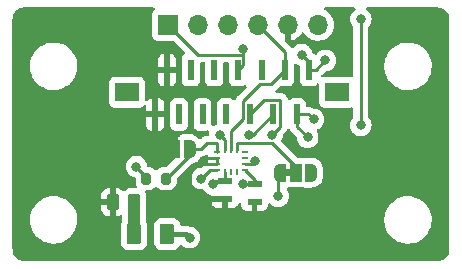
<source format=gtl>
%TF.GenerationSoftware,KiCad,Pcbnew,(6.0.10)*%
%TF.CreationDate,2023-02-17T01:50:08+01:00*%
%TF.ProjectId,haut,68617574-2e6b-4696-9361-645f70636258,rev?*%
%TF.SameCoordinates,Original*%
%TF.FileFunction,Copper,L1,Top*%
%TF.FilePolarity,Positive*%
%FSLAX46Y46*%
G04 Gerber Fmt 4.6, Leading zero omitted, Abs format (unit mm)*
G04 Created by KiCad (PCBNEW (6.0.10)) date 2023-02-17 01:50:08*
%MOMM*%
%LPD*%
G01*
G04 APERTURE LIST*
G04 Aperture macros list*
%AMRoundRect*
0 Rectangle with rounded corners*
0 $1 Rounding radius*
0 $2 $3 $4 $5 $6 $7 $8 $9 X,Y pos of 4 corners*
0 Add a 4 corners polygon primitive as box body*
4,1,4,$2,$3,$4,$5,$6,$7,$8,$9,$2,$3,0*
0 Add four circle primitives for the rounded corners*
1,1,$1+$1,$2,$3*
1,1,$1+$1,$4,$5*
1,1,$1+$1,$6,$7*
1,1,$1+$1,$8,$9*
0 Add four rect primitives between the rounded corners*
20,1,$1+$1,$2,$3,$4,$5,0*
20,1,$1+$1,$4,$5,$6,$7,0*
20,1,$1+$1,$6,$7,$8,$9,0*
20,1,$1+$1,$8,$9,$2,$3,0*%
%AMFreePoly0*
4,1,22,0.500000,-0.750000,0.000000,-0.750000,0.000000,-0.745033,-0.079941,-0.743568,-0.215256,-0.701293,-0.333266,-0.622738,-0.424486,-0.514219,-0.481581,-0.384460,-0.499164,-0.250000,-0.500000,-0.250000,-0.500000,0.250000,-0.499164,0.250000,-0.499963,0.256109,-0.478152,0.396186,-0.417904,0.524511,-0.324060,0.630769,-0.204165,0.706417,-0.067858,0.745374,0.000000,0.744959,0.000000,0.750000,
0.500000,0.750000,0.500000,-0.750000,0.500000,-0.750000,$1*%
%AMFreePoly1*
4,1,20,0.000000,0.744959,0.073905,0.744508,0.209726,0.703889,0.328688,0.626782,0.421226,0.519385,0.479903,0.390333,0.500000,0.250000,0.500000,-0.250000,0.499851,-0.262216,0.476331,-0.402017,0.414519,-0.529596,0.319384,-0.634700,0.198574,-0.708877,0.061801,-0.746166,0.000000,-0.745033,0.000000,-0.750000,-0.500000,-0.750000,-0.500000,0.750000,0.000000,0.750000,0.000000,0.744959,
0.000000,0.744959,$1*%
%AMFreePoly2*
4,1,22,0.550000,-0.750000,0.000000,-0.750000,0.000000,-0.745033,-0.079941,-0.743568,-0.215256,-0.701293,-0.333266,-0.622738,-0.424486,-0.514219,-0.481581,-0.384460,-0.499164,-0.250000,-0.500000,-0.250000,-0.500000,0.250000,-0.499164,0.250000,-0.499963,0.256109,-0.478152,0.396186,-0.417904,0.524511,-0.324060,0.630769,-0.204165,0.706417,-0.067858,0.745374,0.000000,0.744959,0.000000,0.750000,
0.550000,0.750000,0.550000,-0.750000,0.550000,-0.750000,$1*%
%AMFreePoly3*
4,1,20,0.000000,0.744959,0.073905,0.744508,0.209726,0.703889,0.328688,0.626782,0.421226,0.519385,0.479903,0.390333,0.500000,0.250000,0.500000,-0.250000,0.499851,-0.262216,0.476331,-0.402017,0.414519,-0.529596,0.319384,-0.634700,0.198574,-0.708877,0.061801,-0.746166,0.000000,-0.745033,0.000000,-0.750000,-0.550000,-0.750000,-0.550000,0.750000,0.000000,0.750000,0.000000,0.744959,
0.000000,0.744959,$1*%
G04 Aperture macros list end*
%TA.AperFunction,SMDPad,CuDef*%
%ADD10FreePoly0,180.000000*%
%TD*%
%TA.AperFunction,SMDPad,CuDef*%
%ADD11FreePoly1,180.000000*%
%TD*%
%TA.AperFunction,SMDPad,CuDef*%
%ADD12R,1.250000X0.500000*%
%TD*%
%TA.AperFunction,ComponentPad*%
%ADD13R,1.700000X1.700000*%
%TD*%
%TA.AperFunction,ComponentPad*%
%ADD14O,1.700000X1.700000*%
%TD*%
%TA.AperFunction,SMDPad,CuDef*%
%ADD15RoundRect,0.200000X-0.200000X-0.275000X0.200000X-0.275000X0.200000X0.275000X-0.200000X0.275000X0*%
%TD*%
%TA.AperFunction,SMDPad,CuDef*%
%ADD16FreePoly2,0.000000*%
%TD*%
%TA.AperFunction,SMDPad,CuDef*%
%ADD17R,1.000000X1.500000*%
%TD*%
%TA.AperFunction,SMDPad,CuDef*%
%ADD18FreePoly3,0.000000*%
%TD*%
%TA.AperFunction,SMDPad,CuDef*%
%ADD19R,0.475000X0.250000*%
%TD*%
%TA.AperFunction,SMDPad,CuDef*%
%ADD20R,0.250000X0.475000*%
%TD*%
%TA.AperFunction,SMDPad,CuDef*%
%ADD21RoundRect,0.250000X-0.262500X-0.450000X0.262500X-0.450000X0.262500X0.450000X-0.262500X0.450000X0*%
%TD*%
%TA.AperFunction,SMDPad,CuDef*%
%ADD22R,2.000000X1.600000*%
%TD*%
%TA.AperFunction,SMDPad,CuDef*%
%ADD23R,0.500000X1.750000*%
%TD*%
%TA.AperFunction,SMDPad,CuDef*%
%ADD24RoundRect,0.250000X-0.375000X-0.625000X0.375000X-0.625000X0.375000X0.625000X-0.375000X0.625000X0*%
%TD*%
%TA.AperFunction,ViaPad*%
%ADD25C,0.800000*%
%TD*%
%TA.AperFunction,Conductor*%
%ADD26C,0.250000*%
%TD*%
%TA.AperFunction,Conductor*%
%ADD27C,0.400000*%
%TD*%
%TA.AperFunction,Conductor*%
%ADD28C,1.000000*%
%TD*%
G04 APERTURE END LIST*
%TO.C,JP1*%
G36*
X106100000Y-86300000D02*
G01*
X105600000Y-86300000D01*
X105600000Y-85700000D01*
X106100000Y-85700000D01*
X106100000Y-86300000D01*
G37*
%TD*%
D10*
%TO.P,JP2,1,A*%
%TO.N,Net-(JP2-Pad1)*%
X97500000Y-84000000D03*
D11*
%TO.P,JP2,2,B*%
%TO.N,GND*%
X96200000Y-84000000D03*
%TD*%
D12*
%TO.P,C1,1*%
%TO.N,+3V3*%
X100500000Y-86750000D03*
%TO.P,C1,2*%
%TO.N,GND*%
X100500000Y-88250000D03*
%TD*%
%TO.P,C2,1*%
%TO.N,+3V3*%
X103000000Y-87000000D03*
%TO.P,C2,2*%
%TO.N,GND*%
X103000000Y-88500000D03*
%TD*%
D13*
%TO.P,J2,1,Pin_1*%
%TO.N,INT2_Haut*%
X95675000Y-73475000D03*
D14*
%TO.P,J2,2,Pin_2*%
%TO.N,INT1_Haut*%
X98215000Y-73475000D03*
%TO.P,J2,3,Pin_3*%
%TO.N,SDA*%
X100755000Y-73475000D03*
%TO.P,J2,4,Pin_4*%
%TO.N,SCL*%
X103295000Y-73475000D03*
%TO.P,J2,5,Pin_5*%
%TO.N,GND*%
X105835000Y-73475000D03*
%TO.P,J2,6,Pin_6*%
%TO.N,+3V3*%
X108375000Y-73475000D03*
%TD*%
D15*
%TO.P,R1,1*%
%TO.N,+3V3*%
X93850000Y-86500000D03*
%TO.P,R1,2*%
%TO.N,Net-(JP2-Pad1)*%
X95500000Y-86500000D03*
%TD*%
D16*
%TO.P,JP1,1,A*%
%TO.N,+3V3*%
X105200000Y-86000000D03*
D17*
%TO.P,JP1,2,C*%
%TO.N,Net-(JP1-Pad2)*%
X106500000Y-86000000D03*
D18*
%TO.P,JP1,3,B*%
%TO.N,unconnected-(JP1-Pad3)*%
X107800000Y-86000000D03*
%TD*%
D19*
%TO.P,U1,1,SDO/SA0*%
%TO.N,Net-(JP2-Pad1)*%
X99837500Y-84250000D03*
%TO.P,U1,2,SDX_*%
%TO.N,GND*%
X99837500Y-84750000D03*
%TO.P,U1,3,SCX*%
X99837500Y-85250000D03*
%TO.P,U1,4,INT1*%
%TO.N,INT1_Haut*%
X99837500Y-85750000D03*
D20*
%TO.P,U1,5,VDD_IO*%
%TO.N,+3V3*%
X100500000Y-85912500D03*
%TO.P,U1,6,GND*%
%TO.N,unconnected-(U1-Pad6)*%
X101000000Y-85912500D03*
%TO.P,U1,7,GND*%
%TO.N,unconnected-(U1-Pad7)*%
X101500000Y-85912500D03*
D19*
%TO.P,U1,8,VDD*%
%TO.N,+3V3*%
X102162500Y-85750000D03*
%TO.P,U1,9,INT2*%
%TO.N,INT2_Haut*%
X102162500Y-85250000D03*
%TO.P,U1,10,OCS_AUX*%
%TO.N,unconnected-(U1-Pad10)*%
X102162500Y-84750000D03*
%TO.P,U1,11,SDO_AUX*%
%TO.N,unconnected-(U1-Pad11)*%
X102162500Y-84250000D03*
D20*
%TO.P,U1,12,CS*%
%TO.N,Net-(JP1-Pad2)*%
X101500000Y-84087500D03*
%TO.P,U1,13,SCL*%
%TO.N,SCL*%
X101000000Y-84087500D03*
%TO.P,U1,14,SDA*%
%TO.N,SDA*%
X100500000Y-84087500D03*
%TD*%
D21*
%TO.P,R2,1*%
%TO.N,GND*%
X91000000Y-88500000D03*
%TO.P,R2,2*%
%TO.N,Net-(D1-Pad1)*%
X92825000Y-88500000D03*
%TD*%
D22*
%TO.P,J1,0*%
%TO.N,N/C*%
X110000000Y-79195000D03*
X92200000Y-79195000D03*
D23*
%TO.P,J1,1,Pin_1*%
%TO.N,GND*%
X94600000Y-81070000D03*
%TO.P,J1,2,Pin_2*%
X95600000Y-77320000D03*
%TO.P,J1,3,Pin_3*%
%TO.N,unconnected-(J1-Pad3)*%
X96600000Y-81070000D03*
%TO.P,J1,4,Pin_4*%
%TO.N,unconnected-(J1-Pad4)*%
X97600000Y-77320000D03*
%TO.P,J1,5,Pin_5*%
%TO.N,unconnected-(J1-Pad5)*%
X98600000Y-81070000D03*
%TO.P,J1,6,Pin_6*%
%TO.N,unconnected-(J1-Pad6)*%
X99600000Y-77320000D03*
%TO.P,J1,7,Pin_7*%
%TO.N,unconnected-(J1-Pad7)*%
X100600000Y-81070000D03*
%TO.P,J1,8,Pin_8*%
%TO.N,INT2_Haut*%
X101600000Y-77320000D03*
%TO.P,J1,9,Pin_9*%
%TO.N,INT1_Haut*%
X102600000Y-81070000D03*
%TO.P,J1,10,Pin_10*%
%TO.N,unconnected-(J1-Pad10)*%
X103600000Y-77320000D03*
%TO.P,J1,11,Pin_11*%
%TO.N,SDA*%
X104600000Y-81070000D03*
%TO.P,J1,12,Pin_12*%
%TO.N,SCL*%
X105600000Y-77320000D03*
%TO.P,J1,13,Pin_13*%
%TO.N,+3V3*%
X106600000Y-81070000D03*
%TO.P,J1,14,Pin_14*%
X107600000Y-77320000D03*
%TD*%
D24*
%TO.P,D1,1,K*%
%TO.N,Net-(D1-Pad1)*%
X92800000Y-91200000D03*
%TO.P,D1,2,A*%
%TO.N,+3V3*%
X95600000Y-91200000D03*
%TD*%
D25*
%TO.N,+3V3*%
X99500000Y-87000000D03*
X107000000Y-76000000D03*
X109000000Y-76500000D03*
X93000000Y-85500000D03*
X108000000Y-81500000D03*
X105000000Y-88000000D03*
X102000000Y-87000000D03*
X107500000Y-83000000D03*
X97500000Y-91500000D03*
%TO.N,INT2_Haut*%
X102000000Y-75500000D03*
X103000000Y-85000000D03*
%TO.N,INT1_Haut*%
X112000000Y-82000000D03*
X98500000Y-86500000D03*
X104500000Y-82775500D03*
X112000000Y-73000000D03*
%TO.N,SDA*%
X100061433Y-82810975D03*
X102500000Y-82775500D03*
%TD*%
D26*
%TO.N,+3V3*%
X93850000Y-86500000D02*
X93850000Y-86350000D01*
X106600000Y-81070000D02*
X107570000Y-81070000D01*
X103000000Y-86587500D02*
X102162500Y-85750000D01*
X100500000Y-86750000D02*
X100500000Y-85912500D01*
X99750000Y-86750000D02*
X99500000Y-87000000D01*
X93850000Y-86350000D02*
X93000000Y-85500000D01*
X100500000Y-86750000D02*
X99750000Y-86750000D01*
X103000000Y-87000000D02*
X103000000Y-86587500D01*
X107600000Y-77320000D02*
X108180000Y-77320000D01*
X106600000Y-81070000D02*
X106600000Y-82100000D01*
X106600000Y-82100000D02*
X107500000Y-83000000D01*
X107570000Y-81070000D02*
X108000000Y-81500000D01*
X107600000Y-76600000D02*
X107000000Y-76000000D01*
X108180000Y-77320000D02*
X109000000Y-76500000D01*
D27*
X97200000Y-91200000D02*
X97500000Y-91500000D01*
D26*
X105200000Y-86000000D02*
X105000000Y-86200000D01*
X107600000Y-77320000D02*
X107600000Y-76600000D01*
X103000000Y-87000000D02*
X102000000Y-87000000D01*
D27*
X95600000Y-91200000D02*
X97200000Y-91200000D01*
D26*
X105000000Y-86200000D02*
X105000000Y-88000000D01*
%TO.N,GND*%
X99837500Y-84750000D02*
X98750000Y-84750000D01*
X98750000Y-84750000D02*
X98250000Y-85250000D01*
X99837500Y-85250000D02*
X99837500Y-84750000D01*
X97500000Y-88000000D02*
X97750000Y-88250000D01*
X97750000Y-88250000D02*
X100500000Y-88250000D01*
X97500000Y-86000000D02*
X97500000Y-88000000D01*
X99837500Y-85250000D02*
X98250000Y-85250000D01*
X98250000Y-85250000D02*
X97500000Y-86000000D01*
%TO.N,Net-(D1-Pad1)*%
X92825000Y-91175000D02*
X92800000Y-91200000D01*
D28*
X92825000Y-88500000D02*
X92825000Y-91175000D01*
D26*
%TO.N,INT2_Haut*%
X98200000Y-76000000D02*
X95675000Y-73475000D01*
X102750000Y-85250000D02*
X103000000Y-85000000D01*
X102000000Y-76000000D02*
X102000000Y-76920000D01*
X102162500Y-85250000D02*
X102750000Y-85250000D01*
X102000000Y-76920000D02*
X101600000Y-77320000D01*
X102000000Y-75500000D02*
X102000000Y-76000000D01*
X102000000Y-76000000D02*
X98200000Y-76000000D01*
%TO.N,INT1_Haut*%
X112000000Y-82000000D02*
X112000000Y-73000000D01*
X103800000Y-79870000D02*
X102600000Y-81070000D01*
X105175000Y-82100500D02*
X105175000Y-79870000D01*
X99837500Y-85750000D02*
X99250000Y-85750000D01*
X105175000Y-79870000D02*
X103800000Y-79870000D01*
X104500000Y-82775500D02*
X105175000Y-82100500D01*
X99250000Y-85750000D02*
X98500000Y-86500000D01*
%TO.N,SDA*%
X102500000Y-82775500D02*
X102894500Y-82775500D01*
X102894500Y-82775500D02*
X104600000Y-81070000D01*
X100500000Y-83249542D02*
X100500000Y-84087500D01*
X100061433Y-82810975D02*
X100500000Y-83249542D01*
%TO.N,SCL*%
X102025000Y-79975000D02*
X103480000Y-78520000D01*
X101000000Y-84087500D02*
X101000000Y-82445000D01*
X105600000Y-77320000D02*
X105600000Y-75780000D01*
X101000000Y-82445000D02*
X102025000Y-81420000D01*
X104400000Y-78520000D02*
X105600000Y-77320000D01*
X103480000Y-78520000D02*
X104400000Y-78520000D01*
X105600000Y-75780000D02*
X103295000Y-73475000D01*
X102025000Y-81420000D02*
X102025000Y-79975000D01*
%TO.N,Net-(JP1-Pad2)*%
X106500000Y-85500000D02*
X106500000Y-86000000D01*
X104500000Y-83500000D02*
X106500000Y-85500000D01*
X101500000Y-84087500D02*
X101500000Y-83500000D01*
X101500000Y-83500000D02*
X104500000Y-83500000D01*
%TO.N,Net-(JP2-Pad1)*%
X97500000Y-84500000D02*
X95500000Y-86500000D01*
X97500000Y-84000000D02*
X98500000Y-84000000D01*
X99000000Y-83500000D02*
X99837500Y-83500000D01*
X99837500Y-83500000D02*
X99837500Y-84250000D01*
X97500000Y-84000000D02*
X97500000Y-84500000D01*
X98500000Y-84000000D02*
X99000000Y-83500000D01*
%TD*%
%TA.AperFunction,Conductor*%
%TO.N,GND*%
G36*
X94489538Y-72028502D02*
G01*
X94536031Y-72082158D01*
X94546135Y-72152432D01*
X94516641Y-72217012D01*
X94496983Y-72235325D01*
X94461739Y-72261739D01*
X94374385Y-72378295D01*
X94323255Y-72514684D01*
X94316500Y-72576866D01*
X94316500Y-74373134D01*
X94323255Y-74435316D01*
X94374385Y-74571705D01*
X94461739Y-74688261D01*
X94578295Y-74775615D01*
X94714684Y-74826745D01*
X94776866Y-74833500D01*
X96085406Y-74833500D01*
X96153527Y-74853502D01*
X96174501Y-74870405D01*
X97112101Y-75808005D01*
X97146127Y-75870317D01*
X97141062Y-75941132D01*
X97098572Y-75997925D01*
X96986739Y-76081739D01*
X96899385Y-76198295D01*
X96848255Y-76334684D01*
X96841500Y-76396866D01*
X96841500Y-78243134D01*
X96848255Y-78305316D01*
X96899385Y-78441705D01*
X96986739Y-78558261D01*
X97103295Y-78645615D01*
X97239684Y-78696745D01*
X97301866Y-78703500D01*
X97898134Y-78703500D01*
X97960316Y-78696745D01*
X98096705Y-78645615D01*
X98213261Y-78558261D01*
X98300615Y-78441705D01*
X98351745Y-78305316D01*
X98358500Y-78243134D01*
X98358500Y-76759500D01*
X98378502Y-76691379D01*
X98432158Y-76644886D01*
X98484500Y-76633500D01*
X98715500Y-76633500D01*
X98783621Y-76653502D01*
X98830114Y-76707158D01*
X98841500Y-76759500D01*
X98841500Y-78243134D01*
X98848255Y-78305316D01*
X98899385Y-78441705D01*
X98986739Y-78558261D01*
X99103295Y-78645615D01*
X99239684Y-78696745D01*
X99301866Y-78703500D01*
X99898134Y-78703500D01*
X99960316Y-78696745D01*
X100096705Y-78645615D01*
X100213261Y-78558261D01*
X100300615Y-78441705D01*
X100351745Y-78305316D01*
X100358500Y-78243134D01*
X100358500Y-76759500D01*
X100378502Y-76691379D01*
X100432158Y-76644886D01*
X100484500Y-76633500D01*
X100715500Y-76633500D01*
X100783621Y-76653502D01*
X100830114Y-76707158D01*
X100841500Y-76759500D01*
X100841500Y-78243134D01*
X100848255Y-78305316D01*
X100899385Y-78441705D01*
X100986739Y-78558261D01*
X101103295Y-78645615D01*
X101239684Y-78696745D01*
X101301866Y-78703500D01*
X101898134Y-78703500D01*
X101960316Y-78696745D01*
X102096705Y-78645615D01*
X102125421Y-78624094D01*
X102191926Y-78599245D01*
X102261309Y-78614297D01*
X102311539Y-78664471D01*
X102326670Y-78733836D01*
X102301897Y-78800371D01*
X102290081Y-78814014D01*
X101632747Y-79471348D01*
X101624461Y-79478888D01*
X101617982Y-79483000D01*
X101612557Y-79488777D01*
X101571357Y-79532651D01*
X101568602Y-79535493D01*
X101548865Y-79555230D01*
X101546385Y-79558427D01*
X101538682Y-79567447D01*
X101508414Y-79599679D01*
X101504595Y-79606625D01*
X101504593Y-79606628D01*
X101498652Y-79617434D01*
X101487801Y-79633953D01*
X101475386Y-79649959D01*
X101472241Y-79657228D01*
X101472238Y-79657232D01*
X101457826Y-79690537D01*
X101452609Y-79701187D01*
X101431305Y-79739940D01*
X101429334Y-79747615D01*
X101429334Y-79747616D01*
X101426267Y-79759562D01*
X101419863Y-79778267D01*
X101414400Y-79790891D01*
X101368988Y-79845465D01*
X101301281Y-79866825D01*
X101232774Y-79848188D01*
X101215175Y-79834293D01*
X101213261Y-79831739D01*
X101096705Y-79744385D01*
X100960316Y-79693255D01*
X100898134Y-79686500D01*
X100301866Y-79686500D01*
X100239684Y-79693255D01*
X100103295Y-79744385D01*
X99986739Y-79831739D01*
X99899385Y-79948295D01*
X99848255Y-80084684D01*
X99841500Y-80146866D01*
X99841500Y-81832593D01*
X99821498Y-81900714D01*
X99766749Y-81947700D01*
X99610711Y-82017172D01*
X99610709Y-82017173D01*
X99604681Y-82019857D01*
X99599340Y-82023737D01*
X99599339Y-82023738D01*
X99558561Y-82053365D01*
X99491693Y-82077224D01*
X99422541Y-82061143D01*
X99373061Y-82010229D01*
X99358500Y-81951429D01*
X99358500Y-80146866D01*
X99351745Y-80084684D01*
X99300615Y-79948295D01*
X99213261Y-79831739D01*
X99096705Y-79744385D01*
X98960316Y-79693255D01*
X98898134Y-79686500D01*
X98301866Y-79686500D01*
X98239684Y-79693255D01*
X98103295Y-79744385D01*
X97986739Y-79831739D01*
X97899385Y-79948295D01*
X97848255Y-80084684D01*
X97841500Y-80146866D01*
X97841500Y-81993134D01*
X97848255Y-82055316D01*
X97899385Y-82191705D01*
X97986739Y-82308261D01*
X98103295Y-82395615D01*
X98239684Y-82446745D01*
X98301866Y-82453500D01*
X98898134Y-82453500D01*
X98960316Y-82446745D01*
X99016296Y-82425759D01*
X99087102Y-82420576D01*
X99149471Y-82454496D01*
X99183600Y-82516752D01*
X99180358Y-82582677D01*
X99175975Y-82596168D01*
X99167891Y-82621047D01*
X99167201Y-82627608D01*
X99167201Y-82627610D01*
X99154086Y-82752391D01*
X99127073Y-82818048D01*
X99068851Y-82858677D01*
X99032735Y-82865158D01*
X98992002Y-82866438D01*
X98988044Y-82866500D01*
X98960144Y-82866500D01*
X98956154Y-82867004D01*
X98944320Y-82867936D01*
X98900111Y-82869326D01*
X98892497Y-82871538D01*
X98892492Y-82871539D01*
X98880659Y-82874977D01*
X98861296Y-82878988D01*
X98841203Y-82881526D01*
X98833836Y-82884443D01*
X98833831Y-82884444D01*
X98800092Y-82897802D01*
X98788865Y-82901646D01*
X98746407Y-82913982D01*
X98739581Y-82918019D01*
X98728972Y-82924293D01*
X98711224Y-82932988D01*
X98692383Y-82940448D01*
X98685967Y-82945110D01*
X98685966Y-82945110D01*
X98656613Y-82966436D01*
X98646693Y-82972952D01*
X98615465Y-82991420D01*
X98615462Y-82991422D01*
X98608638Y-82995458D01*
X98594317Y-83009779D01*
X98579284Y-83022619D01*
X98562893Y-83034528D01*
X98557840Y-83040636D01*
X98534708Y-83068598D01*
X98526718Y-83077378D01*
X98478385Y-83125711D01*
X98416073Y-83159737D01*
X98345258Y-83154672D01*
X98292841Y-83117692D01*
X98229946Y-83042869D01*
X98121361Y-82945782D01*
X98117628Y-82943297D01*
X98117624Y-82943294D01*
X98005865Y-82868901D01*
X98005863Y-82868900D01*
X98002136Y-82866419D01*
X97870667Y-82803711D01*
X97866388Y-82802374D01*
X97866385Y-82802373D01*
X97738240Y-82762338D01*
X97738242Y-82762338D01*
X97733961Y-82761001D01*
X97729537Y-82760284D01*
X97729535Y-82760284D01*
X97680802Y-82752391D01*
X97590179Y-82737713D01*
X97520298Y-82736432D01*
X97451461Y-82735170D01*
X97451459Y-82735170D01*
X97446980Y-82735088D01*
X97442535Y-82735641D01*
X97438056Y-82735878D01*
X97438049Y-82735751D01*
X97429661Y-82736271D01*
X97000000Y-82736271D01*
X96969813Y-82738430D01*
X96933627Y-82741018D01*
X96933626Y-82741018D01*
X96926889Y-82741500D01*
X96865335Y-82759574D01*
X96795235Y-82780157D01*
X96795233Y-82780158D01*
X96786589Y-82782696D01*
X96755971Y-82802373D01*
X96671159Y-82856878D01*
X96671156Y-82856880D01*
X96663579Y-82861750D01*
X96657678Y-82868560D01*
X96573726Y-82965445D01*
X96573724Y-82965448D01*
X96567824Y-82972257D01*
X96564080Y-82980454D01*
X96564080Y-82980455D01*
X96558152Y-82993435D01*
X96507081Y-83105266D01*
X96486271Y-83250000D01*
X96486271Y-83670519D01*
X96485767Y-83681777D01*
X96481318Y-83731373D01*
X96481167Y-83743715D01*
X96481325Y-83746137D01*
X96486005Y-83818036D01*
X96486271Y-83826221D01*
X96486271Y-84170519D01*
X96485767Y-84181777D01*
X96481318Y-84231373D01*
X96481167Y-84243715D01*
X96481325Y-84246137D01*
X96486005Y-84318036D01*
X96486271Y-84326221D01*
X96486271Y-84565634D01*
X96466269Y-84633755D01*
X96449366Y-84654730D01*
X95624499Y-85479596D01*
X95562187Y-85513621D01*
X95535404Y-85516500D01*
X95261386Y-85516501D01*
X95243366Y-85516501D01*
X95240508Y-85516764D01*
X95240499Y-85516764D01*
X95204996Y-85520026D01*
X95169938Y-85523247D01*
X95163560Y-85525246D01*
X95163559Y-85525246D01*
X95013550Y-85572256D01*
X95013548Y-85572257D01*
X95006301Y-85574528D01*
X94859619Y-85663361D01*
X94764095Y-85758885D01*
X94701783Y-85792911D01*
X94630968Y-85787846D01*
X94585905Y-85758885D01*
X94490381Y-85663361D01*
X94343699Y-85574528D01*
X94336452Y-85572257D01*
X94336450Y-85572256D01*
X94239430Y-85541852D01*
X94180062Y-85523247D01*
X94106635Y-85516500D01*
X94028689Y-85516500D01*
X93960568Y-85496498D01*
X93914075Y-85442842D01*
X93903379Y-85403670D01*
X93900884Y-85379924D01*
X93897228Y-85345141D01*
X93894232Y-85316635D01*
X93894232Y-85316633D01*
X93893542Y-85310072D01*
X93834527Y-85128444D01*
X93828354Y-85117751D01*
X93768910Y-85014792D01*
X93739040Y-84963056D01*
X93712648Y-84933744D01*
X93615675Y-84826045D01*
X93615674Y-84826044D01*
X93611253Y-84821134D01*
X93494450Y-84736271D01*
X93462094Y-84712763D01*
X93462093Y-84712762D01*
X93456752Y-84708882D01*
X93450724Y-84706198D01*
X93450722Y-84706197D01*
X93288319Y-84633891D01*
X93288318Y-84633891D01*
X93282288Y-84631206D01*
X93188887Y-84611353D01*
X93101944Y-84592872D01*
X93101939Y-84592872D01*
X93095487Y-84591500D01*
X92904513Y-84591500D01*
X92898061Y-84592872D01*
X92898056Y-84592872D01*
X92811113Y-84611353D01*
X92717712Y-84631206D01*
X92711682Y-84633891D01*
X92711681Y-84633891D01*
X92549278Y-84706197D01*
X92549276Y-84706198D01*
X92543248Y-84708882D01*
X92537907Y-84712762D01*
X92537906Y-84712763D01*
X92505550Y-84736271D01*
X92388747Y-84821134D01*
X92384326Y-84826044D01*
X92384325Y-84826045D01*
X92287353Y-84933744D01*
X92260960Y-84963056D01*
X92231090Y-85014792D01*
X92171647Y-85117751D01*
X92165473Y-85128444D01*
X92106458Y-85310072D01*
X92105768Y-85316633D01*
X92105768Y-85316635D01*
X92092503Y-85442842D01*
X92086496Y-85500000D01*
X92087186Y-85506565D01*
X92105372Y-85679592D01*
X92106458Y-85689928D01*
X92165473Y-85871556D01*
X92260960Y-86036944D01*
X92388747Y-86178866D01*
X92543248Y-86291118D01*
X92549276Y-86293802D01*
X92549278Y-86293803D01*
X92711681Y-86366109D01*
X92717712Y-86368794D01*
X92835387Y-86393807D01*
X92841697Y-86395148D01*
X92904170Y-86428877D01*
X92938492Y-86491026D01*
X92941500Y-86518395D01*
X92941501Y-86683365D01*
X92941501Y-86831634D01*
X92941764Y-86834492D01*
X92941764Y-86834501D01*
X92944591Y-86865271D01*
X92948247Y-86905062D01*
X92950246Y-86911440D01*
X92950246Y-86911441D01*
X92991115Y-87041852D01*
X92999528Y-87068699D01*
X93003462Y-87075195D01*
X93003463Y-87075197D01*
X93018623Y-87100229D01*
X93036802Y-87168859D01*
X93014991Y-87236422D01*
X92960115Y-87281468D01*
X92910847Y-87291500D01*
X92512100Y-87291500D01*
X92508854Y-87291837D01*
X92508850Y-87291837D01*
X92413192Y-87301762D01*
X92413188Y-87301763D01*
X92406334Y-87302474D01*
X92399798Y-87304655D01*
X92399796Y-87304655D01*
X92383428Y-87310116D01*
X92238554Y-87358450D01*
X92088152Y-87451522D01*
X92082979Y-87456704D01*
X92001362Y-87538463D01*
X91939079Y-87572542D01*
X91868259Y-87567539D01*
X91823171Y-87538618D01*
X91740671Y-87456261D01*
X91729260Y-87447249D01*
X91591257Y-87362184D01*
X91578076Y-87356037D01*
X91423790Y-87304862D01*
X91410414Y-87301995D01*
X91316062Y-87292328D01*
X91309645Y-87292000D01*
X91272115Y-87292000D01*
X91256876Y-87296475D01*
X91255671Y-87297865D01*
X91254000Y-87305548D01*
X91254000Y-89689884D01*
X91258475Y-89705123D01*
X91259865Y-89706328D01*
X91267548Y-89707999D01*
X91309595Y-89707999D01*
X91316114Y-89707662D01*
X91411706Y-89697743D01*
X91425100Y-89694851D01*
X91579284Y-89643412D01*
X91592458Y-89637241D01*
X91624196Y-89617600D01*
X91692648Y-89598762D01*
X91760418Y-89619923D01*
X91805989Y-89674363D01*
X91816500Y-89724744D01*
X91816500Y-90080900D01*
X91797760Y-90147016D01*
X91732885Y-90252262D01*
X91730581Y-90259209D01*
X91682100Y-90405376D01*
X91677203Y-90420139D01*
X91666500Y-90524600D01*
X91666500Y-91875400D01*
X91666837Y-91878646D01*
X91666837Y-91878650D01*
X91676254Y-91969407D01*
X91677474Y-91981166D01*
X91679655Y-91987702D01*
X91679655Y-91987704D01*
X91718598Y-92104428D01*
X91733450Y-92148946D01*
X91826522Y-92299348D01*
X91951697Y-92424305D01*
X91957927Y-92428145D01*
X91957928Y-92428146D01*
X92095090Y-92512694D01*
X92102262Y-92517115D01*
X92135146Y-92528022D01*
X92263611Y-92570632D01*
X92263613Y-92570632D01*
X92270139Y-92572797D01*
X92276975Y-92573497D01*
X92276978Y-92573498D01*
X92320031Y-92577909D01*
X92374600Y-92583500D01*
X93225400Y-92583500D01*
X93228646Y-92583163D01*
X93228650Y-92583163D01*
X93324308Y-92573238D01*
X93324312Y-92573237D01*
X93331166Y-92572526D01*
X93337702Y-92570345D01*
X93337704Y-92570345D01*
X93488533Y-92520024D01*
X93498946Y-92516550D01*
X93649348Y-92423478D01*
X93774305Y-92298303D01*
X93845534Y-92182749D01*
X93863275Y-92153968D01*
X93863276Y-92153966D01*
X93867115Y-92147738D01*
X93922797Y-91979861D01*
X93923806Y-91970019D01*
X93933172Y-91878598D01*
X93933500Y-91875400D01*
X94466500Y-91875400D01*
X94466837Y-91878646D01*
X94466837Y-91878650D01*
X94476254Y-91969407D01*
X94477474Y-91981166D01*
X94479655Y-91987702D01*
X94479655Y-91987704D01*
X94518598Y-92104428D01*
X94533450Y-92148946D01*
X94626522Y-92299348D01*
X94751697Y-92424305D01*
X94757927Y-92428145D01*
X94757928Y-92428146D01*
X94895090Y-92512694D01*
X94902262Y-92517115D01*
X94935146Y-92528022D01*
X95063611Y-92570632D01*
X95063613Y-92570632D01*
X95070139Y-92572797D01*
X95076975Y-92573497D01*
X95076978Y-92573498D01*
X95120031Y-92577909D01*
X95174600Y-92583500D01*
X96025400Y-92583500D01*
X96028646Y-92583163D01*
X96028650Y-92583163D01*
X96124308Y-92573238D01*
X96124312Y-92573237D01*
X96131166Y-92572526D01*
X96137702Y-92570345D01*
X96137704Y-92570345D01*
X96288533Y-92520024D01*
X96298946Y-92516550D01*
X96449348Y-92423478D01*
X96574305Y-92298303D01*
X96657495Y-92163344D01*
X96710266Y-92115852D01*
X96780338Y-92104428D01*
X96845461Y-92132702D01*
X96858389Y-92145150D01*
X96888747Y-92178866D01*
X97043248Y-92291118D01*
X97049276Y-92293802D01*
X97049278Y-92293803D01*
X97211681Y-92366109D01*
X97217712Y-92368794D01*
X97311113Y-92388647D01*
X97398056Y-92407128D01*
X97398061Y-92407128D01*
X97404513Y-92408500D01*
X97595487Y-92408500D01*
X97601939Y-92407128D01*
X97601944Y-92407128D01*
X97688887Y-92388647D01*
X97782288Y-92368794D01*
X97788319Y-92366109D01*
X97950722Y-92293803D01*
X97950724Y-92293802D01*
X97956752Y-92291118D01*
X98111253Y-92178866D01*
X98239040Y-92036944D01*
X98334527Y-91871556D01*
X98393542Y-91689928D01*
X98399959Y-91628879D01*
X98412814Y-91506565D01*
X98413504Y-91500000D01*
X98408369Y-91451144D01*
X98394232Y-91316635D01*
X98394232Y-91316633D01*
X98393542Y-91310072D01*
X98334527Y-91128444D01*
X98239040Y-90963056D01*
X98111253Y-90821134D01*
X97956752Y-90708882D01*
X97950724Y-90706198D01*
X97950722Y-90706197D01*
X97788319Y-90633891D01*
X97788318Y-90633891D01*
X97782288Y-90631206D01*
X97595487Y-90591500D01*
X97592506Y-90591500D01*
X97548015Y-90577812D01*
X97543475Y-90575378D01*
X97537261Y-90571010D01*
X97530185Y-90568251D01*
X97530181Y-90568249D01*
X97477725Y-90547798D01*
X97471656Y-90545247D01*
X97413427Y-90518955D01*
X97405960Y-90517571D01*
X97403405Y-90516770D01*
X97387152Y-90512141D01*
X97384572Y-90511478D01*
X97377491Y-90508718D01*
X97369960Y-90507727D01*
X97369958Y-90507726D01*
X97340339Y-90503827D01*
X97314139Y-90500378D01*
X97307641Y-90499348D01*
X97244814Y-90487704D01*
X97237234Y-90488141D01*
X97237233Y-90488141D01*
X97182608Y-90491291D01*
X97175354Y-90491500D01*
X96837560Y-90491500D01*
X96769439Y-90471498D01*
X96722946Y-90417842D01*
X96718036Y-90405376D01*
X96668868Y-90258002D01*
X96666550Y-90251054D01*
X96573478Y-90100652D01*
X96448303Y-89975695D01*
X96373739Y-89929733D01*
X113987822Y-89929733D01*
X113987975Y-89934121D01*
X113987975Y-89934127D01*
X113997178Y-90197646D01*
X113997625Y-90210458D01*
X113998387Y-90214781D01*
X113998388Y-90214788D01*
X114022164Y-90349624D01*
X114046402Y-90487087D01*
X114133203Y-90754235D01*
X114256340Y-91006702D01*
X114258795Y-91010341D01*
X114258798Y-91010347D01*
X114331890Y-91118710D01*
X114413415Y-91239576D01*
X114601371Y-91448322D01*
X114816550Y-91628879D01*
X115054764Y-91777731D01*
X115188484Y-91837267D01*
X115278352Y-91877279D01*
X115311375Y-91891982D01*
X115581390Y-91969407D01*
X115585740Y-91970018D01*
X115585743Y-91970019D01*
X115655774Y-91979861D01*
X115859552Y-92008500D01*
X116070146Y-92008500D01*
X116072332Y-92008347D01*
X116072336Y-92008347D01*
X116275827Y-91994118D01*
X116275832Y-91994117D01*
X116280212Y-91993811D01*
X116554970Y-91935409D01*
X116559099Y-91933906D01*
X116559103Y-91933905D01*
X116814781Y-91840846D01*
X116814785Y-91840844D01*
X116818926Y-91839337D01*
X117066942Y-91707464D01*
X117070503Y-91704877D01*
X117290629Y-91544947D01*
X117290632Y-91544944D01*
X117294192Y-91542358D01*
X117496252Y-91347231D01*
X117669188Y-91125882D01*
X117671384Y-91122078D01*
X117671389Y-91122071D01*
X117807435Y-90886431D01*
X117809636Y-90882619D01*
X117914862Y-90622176D01*
X117922366Y-90592078D01*
X117981753Y-90353893D01*
X117981754Y-90353888D01*
X117982817Y-90349624D01*
X118008985Y-90100652D01*
X118011719Y-90074636D01*
X118011719Y-90074633D01*
X118012178Y-90070267D01*
X118012025Y-90065873D01*
X118002529Y-89793939D01*
X118002528Y-89793933D01*
X118002375Y-89789542D01*
X117990950Y-89724744D01*
X117954360Y-89517236D01*
X117953598Y-89512913D01*
X117866797Y-89245765D01*
X117743660Y-88993298D01*
X117741205Y-88989659D01*
X117741202Y-88989653D01*
X117614284Y-88801490D01*
X117586585Y-88760424D01*
X117398629Y-88551678D01*
X117183450Y-88371121D01*
X116945236Y-88222269D01*
X116688625Y-88108018D01*
X116418610Y-88030593D01*
X116414260Y-88029982D01*
X116414257Y-88029981D01*
X116311310Y-88015513D01*
X116140448Y-87991500D01*
X115929854Y-87991500D01*
X115927668Y-87991653D01*
X115927664Y-87991653D01*
X115724173Y-88005882D01*
X115724168Y-88005883D01*
X115719788Y-88006189D01*
X115445030Y-88064591D01*
X115440901Y-88066094D01*
X115440897Y-88066095D01*
X115185219Y-88159154D01*
X115185215Y-88159156D01*
X115181074Y-88160663D01*
X114933058Y-88292536D01*
X114929499Y-88295122D01*
X114929497Y-88295123D01*
X114816419Y-88377279D01*
X114705808Y-88457642D01*
X114702644Y-88460698D01*
X114702641Y-88460700D01*
X114623688Y-88536944D01*
X114503748Y-88652769D01*
X114393561Y-88793803D01*
X114333900Y-88870166D01*
X114330812Y-88874118D01*
X114328616Y-88877922D01*
X114328611Y-88877929D01*
X114256047Y-89003614D01*
X114190364Y-89117381D01*
X114085138Y-89377824D01*
X114084073Y-89382097D01*
X114084072Y-89382099D01*
X114020315Y-89637816D01*
X114017183Y-89650376D01*
X114016724Y-89654744D01*
X114016723Y-89654749D01*
X113998340Y-89829655D01*
X113987822Y-89929733D01*
X96373739Y-89929733D01*
X96303968Y-89886725D01*
X96303966Y-89886724D01*
X96297738Y-89882885D01*
X96137254Y-89829655D01*
X96136389Y-89829368D01*
X96136387Y-89829368D01*
X96129861Y-89827203D01*
X96123025Y-89826503D01*
X96123022Y-89826502D01*
X96079969Y-89822091D01*
X96025400Y-89816500D01*
X95174600Y-89816500D01*
X95171354Y-89816837D01*
X95171350Y-89816837D01*
X95075692Y-89826762D01*
X95075688Y-89826763D01*
X95068834Y-89827474D01*
X95062298Y-89829655D01*
X95062296Y-89829655D01*
X94930194Y-89873728D01*
X94901054Y-89883450D01*
X94750652Y-89976522D01*
X94625695Y-90101697D01*
X94532885Y-90252262D01*
X94530581Y-90259209D01*
X94482100Y-90405376D01*
X94477203Y-90420139D01*
X94466500Y-90524600D01*
X94466500Y-91875400D01*
X93933500Y-91875400D01*
X93933500Y-90524600D01*
X93933163Y-90521350D01*
X93923238Y-90425692D01*
X93923237Y-90425688D01*
X93922526Y-90418834D01*
X93866550Y-90251054D01*
X93852356Y-90228117D01*
X93833500Y-90161814D01*
X93833500Y-89123027D01*
X93835424Y-89104874D01*
X93835297Y-89104861D01*
X93845259Y-89007629D01*
X93846000Y-89000400D01*
X93846000Y-88544669D01*
X99367001Y-88544669D01*
X99367371Y-88551490D01*
X99372895Y-88602352D01*
X99376521Y-88617604D01*
X99421676Y-88738054D01*
X99430214Y-88753649D01*
X99506715Y-88855724D01*
X99519276Y-88868285D01*
X99621351Y-88944786D01*
X99636946Y-88953324D01*
X99757394Y-88998478D01*
X99772649Y-89002105D01*
X99823514Y-89007631D01*
X99830328Y-89008000D01*
X100231885Y-89008000D01*
X100247124Y-89003525D01*
X100248329Y-89002135D01*
X100250000Y-88994452D01*
X100250000Y-88518115D01*
X100245525Y-88502876D01*
X100244135Y-88501671D01*
X100236452Y-88500000D01*
X99385116Y-88500000D01*
X99369877Y-88504475D01*
X99368672Y-88505865D01*
X99367001Y-88513548D01*
X99367001Y-88544669D01*
X93846000Y-88544669D01*
X93846000Y-87999600D01*
X93845663Y-87996350D01*
X93835738Y-87900692D01*
X93835737Y-87900688D01*
X93835026Y-87893834D01*
X93779050Y-87726054D01*
X93747953Y-87675802D01*
X93729115Y-87607350D01*
X93750276Y-87539580D01*
X93804717Y-87494009D01*
X93855095Y-87483499D01*
X94106634Y-87483499D01*
X94109492Y-87483236D01*
X94109501Y-87483236D01*
X94145004Y-87479974D01*
X94180062Y-87476753D01*
X94242778Y-87457099D01*
X94336450Y-87427744D01*
X94336452Y-87427743D01*
X94343699Y-87425472D01*
X94490381Y-87336639D01*
X94585905Y-87241115D01*
X94648217Y-87207089D01*
X94719032Y-87212154D01*
X94764095Y-87241115D01*
X94859619Y-87336639D01*
X95006301Y-87425472D01*
X95013548Y-87427743D01*
X95013550Y-87427744D01*
X95075791Y-87447249D01*
X95169938Y-87476753D01*
X95243365Y-87483500D01*
X95246263Y-87483500D01*
X95500665Y-87483499D01*
X95756634Y-87483499D01*
X95759492Y-87483236D01*
X95759501Y-87483236D01*
X95795004Y-87479974D01*
X95830062Y-87476753D01*
X95892778Y-87457099D01*
X95986450Y-87427744D01*
X95986452Y-87427743D01*
X95993699Y-87425472D01*
X96140381Y-87336639D01*
X96261639Y-87215381D01*
X96350472Y-87068699D01*
X96358886Y-87041852D01*
X96399752Y-86911446D01*
X96401753Y-86905062D01*
X96408500Y-86831635D01*
X96408499Y-86539594D01*
X96428501Y-86471475D01*
X96445404Y-86450500D01*
X97027111Y-85868794D01*
X97612257Y-85283648D01*
X97674569Y-85249622D01*
X97684224Y-85247913D01*
X97709727Y-85244420D01*
X97847436Y-85205063D01*
X97980398Y-85145586D01*
X97984180Y-85143200D01*
X97984187Y-85143196D01*
X98062166Y-85093994D01*
X98101526Y-85069160D01*
X98212452Y-84974754D01*
X98307260Y-84867403D01*
X98315792Y-84854414D01*
X98384767Y-84749410D01*
X98384769Y-84749407D01*
X98387226Y-84745666D01*
X98391131Y-84737350D01*
X98405873Y-84705950D01*
X98452930Y-84652789D01*
X98519928Y-84633500D01*
X98539856Y-84633500D01*
X98543791Y-84633003D01*
X98543856Y-84632995D01*
X98555693Y-84632062D01*
X98587951Y-84631048D01*
X98591970Y-84630922D01*
X98599889Y-84630673D01*
X98619343Y-84625021D01*
X98638700Y-84621013D01*
X98650930Y-84619468D01*
X98650931Y-84619468D01*
X98658797Y-84618474D01*
X98666168Y-84615555D01*
X98666170Y-84615555D01*
X98699912Y-84602196D01*
X98711142Y-84598351D01*
X98745983Y-84588229D01*
X98745984Y-84588229D01*
X98753593Y-84586018D01*
X98760412Y-84581985D01*
X98760417Y-84581983D01*
X98771028Y-84575707D01*
X98788776Y-84567012D01*
X98807617Y-84559552D01*
X98843387Y-84533564D01*
X98853307Y-84527048D01*
X98884537Y-84508579D01*
X98884541Y-84508576D01*
X98891362Y-84504542D01*
X98891798Y-84504106D01*
X98954852Y-84479345D01*
X99024475Y-84493242D01*
X99075533Y-84542574D01*
X99092000Y-84604851D01*
X99092001Y-84919668D01*
X99092371Y-84926490D01*
X99098748Y-84985207D01*
X99096353Y-84985467D01*
X99096351Y-85014532D01*
X99098748Y-85014792D01*
X99094458Y-85054285D01*
X99067217Y-85119847D01*
X99010766Y-85157403D01*
X99011294Y-85158622D01*
X99004541Y-85161544D01*
X99004343Y-85161676D01*
X99004020Y-85161770D01*
X99004019Y-85161770D01*
X98996407Y-85163982D01*
X98989585Y-85168016D01*
X98989579Y-85168019D01*
X98978968Y-85174294D01*
X98961218Y-85182990D01*
X98949756Y-85187528D01*
X98949751Y-85187531D01*
X98942383Y-85190448D01*
X98935968Y-85195109D01*
X98906625Y-85216427D01*
X98896707Y-85222943D01*
X98878019Y-85233995D01*
X98858637Y-85245458D01*
X98844313Y-85259782D01*
X98829281Y-85272621D01*
X98812893Y-85284528D01*
X98796955Y-85303794D01*
X98784712Y-85318593D01*
X98776722Y-85327373D01*
X98549500Y-85554595D01*
X98487188Y-85588621D01*
X98460405Y-85591500D01*
X98404513Y-85591500D01*
X98398061Y-85592872D01*
X98398056Y-85592872D01*
X98311113Y-85611353D01*
X98217712Y-85631206D01*
X98211682Y-85633891D01*
X98211681Y-85633891D01*
X98049278Y-85706197D01*
X98049276Y-85706198D01*
X98043248Y-85708882D01*
X97888747Y-85821134D01*
X97884326Y-85826044D01*
X97884325Y-85826045D01*
X97829247Y-85887216D01*
X97760960Y-85963056D01*
X97757659Y-85968774D01*
X97669075Y-86122206D01*
X97665473Y-86128444D01*
X97606458Y-86310072D01*
X97605768Y-86316633D01*
X97605768Y-86316635D01*
X97600568Y-86366109D01*
X97586496Y-86500000D01*
X97587186Y-86506565D01*
X97599455Y-86623294D01*
X97606458Y-86689928D01*
X97665473Y-86871556D01*
X97668776Y-86877278D01*
X97668777Y-86877279D01*
X97702686Y-86936010D01*
X97760960Y-87036944D01*
X97765378Y-87041851D01*
X97765379Y-87041852D01*
X97798644Y-87078796D01*
X97888747Y-87178866D01*
X97946405Y-87220757D01*
X98016961Y-87272019D01*
X98043248Y-87291118D01*
X98049276Y-87293802D01*
X98049278Y-87293803D01*
X98211681Y-87366109D01*
X98217712Y-87368794D01*
X98311112Y-87388647D01*
X98398056Y-87407128D01*
X98398061Y-87407128D01*
X98404513Y-87408500D01*
X98595487Y-87408500D01*
X98600401Y-87407456D01*
X98669662Y-87420122D01*
X98722112Y-87469658D01*
X98760960Y-87536944D01*
X98765378Y-87541851D01*
X98765379Y-87541852D01*
X98795813Y-87575652D01*
X98888747Y-87678866D01*
X99043248Y-87791118D01*
X99049276Y-87793802D01*
X99049278Y-87793803D01*
X99100560Y-87816635D01*
X99217712Y-87868794D01*
X99259992Y-87877781D01*
X99267999Y-87879483D01*
X99330473Y-87913212D01*
X99362698Y-87967233D01*
X99371474Y-87997124D01*
X99372865Y-87998329D01*
X99380548Y-88000000D01*
X100624000Y-88000000D01*
X100692121Y-88020002D01*
X100738614Y-88073658D01*
X100750000Y-88126000D01*
X100750000Y-88989884D01*
X100754475Y-89005123D01*
X100755865Y-89006328D01*
X100763548Y-89007999D01*
X101169669Y-89007999D01*
X101176490Y-89007629D01*
X101227352Y-89002105D01*
X101242604Y-88998479D01*
X101363054Y-88953324D01*
X101378649Y-88944786D01*
X101480724Y-88868285D01*
X101493285Y-88855724D01*
X101569786Y-88753649D01*
X101578324Y-88738054D01*
X101623019Y-88618832D01*
X101665661Y-88562068D01*
X101732223Y-88537368D01*
X101801571Y-88552576D01*
X101851689Y-88602862D01*
X101867001Y-88663062D01*
X101867001Y-88794669D01*
X101867371Y-88801490D01*
X101872895Y-88852352D01*
X101876521Y-88867604D01*
X101921676Y-88988054D01*
X101930214Y-89003649D01*
X102006715Y-89105724D01*
X102019276Y-89118285D01*
X102121351Y-89194786D01*
X102136946Y-89203324D01*
X102257394Y-89248478D01*
X102272649Y-89252105D01*
X102323514Y-89257631D01*
X102330328Y-89258000D01*
X102731885Y-89258000D01*
X102747124Y-89253525D01*
X102748329Y-89252135D01*
X102750000Y-89244452D01*
X102750000Y-88376000D01*
X102770002Y-88307879D01*
X102823658Y-88261386D01*
X102876000Y-88250000D01*
X103124000Y-88250000D01*
X103192121Y-88270002D01*
X103238614Y-88323658D01*
X103250000Y-88376000D01*
X103250000Y-89239884D01*
X103254475Y-89255123D01*
X103255865Y-89256328D01*
X103263548Y-89257999D01*
X103669669Y-89257999D01*
X103676490Y-89257629D01*
X103727352Y-89252105D01*
X103742604Y-89248479D01*
X103863054Y-89203324D01*
X103878649Y-89194786D01*
X103980724Y-89118285D01*
X103993285Y-89105724D01*
X104069786Y-89003649D01*
X104078324Y-88988054D01*
X104123478Y-88867606D01*
X104127105Y-88852351D01*
X104132631Y-88801486D01*
X104133000Y-88794672D01*
X104133000Y-88723070D01*
X104153002Y-88654949D01*
X104206658Y-88608456D01*
X104276932Y-88598352D01*
X104341512Y-88627846D01*
X104352624Y-88638747D01*
X104388747Y-88678866D01*
X104470212Y-88738054D01*
X104501002Y-88760424D01*
X104543248Y-88791118D01*
X104549276Y-88793802D01*
X104549278Y-88793803D01*
X104680780Y-88852351D01*
X104717712Y-88868794D01*
X104811112Y-88888647D01*
X104898056Y-88907128D01*
X104898061Y-88907128D01*
X104904513Y-88908500D01*
X105095487Y-88908500D01*
X105101939Y-88907128D01*
X105101944Y-88907128D01*
X105188888Y-88888647D01*
X105282288Y-88868794D01*
X105319220Y-88852351D01*
X105450722Y-88793803D01*
X105450724Y-88793802D01*
X105456752Y-88791118D01*
X105498999Y-88760424D01*
X105529788Y-88738054D01*
X105611253Y-88678866D01*
X105634751Y-88652769D01*
X105734621Y-88541852D01*
X105734622Y-88541851D01*
X105739040Y-88536944D01*
X105834527Y-88371556D01*
X105893542Y-88189928D01*
X105896777Y-88159154D01*
X105912814Y-88006565D01*
X105913504Y-88000000D01*
X105903213Y-87902086D01*
X105894232Y-87816635D01*
X105894232Y-87816633D01*
X105893542Y-87810072D01*
X105834527Y-87628444D01*
X105739040Y-87463056D01*
X105734620Y-87458147D01*
X105734163Y-87457518D01*
X105710305Y-87390651D01*
X105726385Y-87321499D01*
X105777298Y-87272019D01*
X105813730Y-87259459D01*
X105816375Y-87258982D01*
X105823111Y-87258500D01*
X105832134Y-87255850D01*
X105835423Y-87254885D01*
X105889496Y-87253474D01*
X105889684Y-87251745D01*
X105951866Y-87258500D01*
X107048134Y-87258500D01*
X107110316Y-87251745D01*
X107110611Y-87251634D01*
X107152627Y-87249729D01*
X107245554Y-87263090D01*
X107245557Y-87263090D01*
X107250000Y-87263729D01*
X107787322Y-87263729D01*
X107789630Y-87263750D01*
X107853020Y-87264912D01*
X107904496Y-87258500D01*
X107993128Y-87247460D01*
X107993132Y-87247459D01*
X107997565Y-87246907D01*
X108135745Y-87209234D01*
X108139862Y-87207452D01*
X108139866Y-87207451D01*
X108265296Y-87153173D01*
X108265301Y-87153171D01*
X108269420Y-87151388D01*
X108391472Y-87076448D01*
X108400806Y-87068699D01*
X108500093Y-86986270D01*
X108500095Y-86986268D01*
X108503540Y-86983408D01*
X108599654Y-86877224D01*
X108603477Y-86871556D01*
X108678599Y-86760183D01*
X108678602Y-86760178D01*
X108681107Y-86756464D01*
X108743554Y-86627572D01*
X108787838Y-86488812D01*
X108811600Y-86347574D01*
X108818682Y-86268627D01*
X108818833Y-86256285D01*
X108813995Y-86181964D01*
X108813729Y-86173779D01*
X108813729Y-85829481D01*
X108814233Y-85818223D01*
X108816423Y-85793805D01*
X108818682Y-85768627D01*
X108818833Y-85756285D01*
X108815747Y-85708882D01*
X108813841Y-85679592D01*
X108813840Y-85679582D01*
X108813683Y-85677171D01*
X108806904Y-85629834D01*
X108794016Y-85539839D01*
X108794015Y-85539833D01*
X108793379Y-85535394D01*
X108790412Y-85525246D01*
X108753755Y-85399892D01*
X108752497Y-85395590D01*
X108693217Y-85265211D01*
X108690805Y-85261440D01*
X108690801Y-85261432D01*
X108617157Y-85146279D01*
X108617156Y-85146278D01*
X108614742Y-85142503D01*
X108521252Y-85034002D01*
X108411489Y-84938250D01*
X108404538Y-84933744D01*
X108316598Y-84876745D01*
X108291304Y-84860350D01*
X108283632Y-84856805D01*
X108163145Y-84801132D01*
X108163143Y-84801131D01*
X108159076Y-84799252D01*
X108090467Y-84778734D01*
X108026156Y-84759501D01*
X108026151Y-84759500D01*
X108021858Y-84758216D01*
X108017426Y-84757554D01*
X108017423Y-84757553D01*
X107882235Y-84737350D01*
X107882232Y-84737350D01*
X107877804Y-84736688D01*
X107803145Y-84736232D01*
X107739055Y-84735840D01*
X107739050Y-84735840D01*
X107734583Y-84735813D01*
X107732139Y-84736148D01*
X107728344Y-84736271D01*
X107250000Y-84736271D01*
X107244170Y-84736688D01*
X107183625Y-84741018D01*
X107183623Y-84741018D01*
X107176889Y-84741500D01*
X107167011Y-84744400D01*
X107164577Y-84745115D01*
X107110504Y-84746526D01*
X107110316Y-84748255D01*
X107051531Y-84741869D01*
X107048134Y-84741500D01*
X106689594Y-84741500D01*
X106621473Y-84721498D01*
X106600499Y-84704595D01*
X105296172Y-83400267D01*
X105262146Y-83337955D01*
X105267211Y-83267139D01*
X105276148Y-83248172D01*
X105331223Y-83152779D01*
X105331224Y-83152778D01*
X105334527Y-83147056D01*
X105393542Y-82965428D01*
X105395293Y-82948774D01*
X105403687Y-82868901D01*
X105410907Y-82800206D01*
X105437920Y-82734550D01*
X105447122Y-82724282D01*
X105567247Y-82604157D01*
X105575537Y-82596613D01*
X105582018Y-82592500D01*
X105604014Y-82569077D01*
X105628658Y-82542833D01*
X105631413Y-82539991D01*
X105651134Y-82520270D01*
X105653612Y-82517075D01*
X105661318Y-82508053D01*
X105686158Y-82481601D01*
X105691586Y-82475821D01*
X105701346Y-82458068D01*
X105712199Y-82441545D01*
X105719753Y-82431806D01*
X105724613Y-82425541D01*
X105742176Y-82384957D01*
X105747383Y-82374327D01*
X105768695Y-82335560D01*
X105769174Y-82333695D01*
X105811207Y-82279826D01*
X105878211Y-82256351D01*
X105947269Y-82272828D01*
X105973624Y-82296115D01*
X105975008Y-82294731D01*
X105981358Y-82301081D01*
X105986739Y-82308261D01*
X105987261Y-82308652D01*
X106010264Y-82342499D01*
X106011770Y-82345979D01*
X106013982Y-82353593D01*
X106018019Y-82360419D01*
X106024293Y-82371028D01*
X106032988Y-82388776D01*
X106040448Y-82407617D01*
X106045110Y-82414033D01*
X106045110Y-82414034D01*
X106066436Y-82443387D01*
X106072952Y-82453307D01*
X106078718Y-82463056D01*
X106095458Y-82491362D01*
X106109779Y-82505683D01*
X106122619Y-82520716D01*
X106134528Y-82537107D01*
X106140634Y-82542158D01*
X106168605Y-82565298D01*
X106177384Y-82573288D01*
X106552878Y-82948782D01*
X106586904Y-83011094D01*
X106589093Y-83024707D01*
X106602554Y-83152779D01*
X106606458Y-83189928D01*
X106665473Y-83371556D01*
X106760960Y-83536944D01*
X106888747Y-83678866D01*
X107043248Y-83791118D01*
X107049276Y-83793802D01*
X107049278Y-83793803D01*
X107211681Y-83866109D01*
X107217712Y-83868794D01*
X107311113Y-83888647D01*
X107398056Y-83907128D01*
X107398061Y-83907128D01*
X107404513Y-83908500D01*
X107595487Y-83908500D01*
X107601939Y-83907128D01*
X107601944Y-83907128D01*
X107688887Y-83888647D01*
X107782288Y-83868794D01*
X107788319Y-83866109D01*
X107950722Y-83793803D01*
X107950724Y-83793802D01*
X107956752Y-83791118D01*
X108111253Y-83678866D01*
X108239040Y-83536944D01*
X108334527Y-83371556D01*
X108393542Y-83189928D01*
X108397447Y-83152779D01*
X108412814Y-83006565D01*
X108413504Y-83000000D01*
X108406938Y-82937531D01*
X108394232Y-82816635D01*
X108394232Y-82816633D01*
X108393542Y-82810072D01*
X108334527Y-82628444D01*
X108330257Y-82621047D01*
X108285099Y-82542833D01*
X108274559Y-82524576D01*
X108257821Y-82455582D01*
X108281041Y-82388490D01*
X108332429Y-82346470D01*
X108450722Y-82293803D01*
X108450724Y-82293802D01*
X108456752Y-82291118D01*
X108504605Y-82256351D01*
X108584024Y-82198649D01*
X108611253Y-82178866D01*
X108722498Y-82055316D01*
X108734621Y-82041852D01*
X108734622Y-82041851D01*
X108739040Y-82036944D01*
X108834527Y-81871556D01*
X108893542Y-81689928D01*
X108913504Y-81500000D01*
X108904633Y-81415595D01*
X108894232Y-81316635D01*
X108894232Y-81316633D01*
X108893542Y-81310072D01*
X108834527Y-81128444D01*
X108739040Y-80963056D01*
X108611253Y-80821134D01*
X108456752Y-80708882D01*
X108450724Y-80706198D01*
X108450722Y-80706197D01*
X108288319Y-80633891D01*
X108288318Y-80633891D01*
X108282288Y-80631206D01*
X108188887Y-80611353D01*
X108101944Y-80592872D01*
X108101939Y-80592872D01*
X108095487Y-80591500D01*
X108035765Y-80591500D01*
X107967644Y-80571498D01*
X107955800Y-80562256D01*
X107951101Y-80558842D01*
X107945321Y-80553414D01*
X107938375Y-80549595D01*
X107938372Y-80549593D01*
X107927566Y-80543652D01*
X107911047Y-80532801D01*
X107910583Y-80532441D01*
X107895041Y-80520386D01*
X107887772Y-80517241D01*
X107887768Y-80517238D01*
X107854463Y-80502826D01*
X107843813Y-80497609D01*
X107805060Y-80476305D01*
X107785437Y-80471267D01*
X107766734Y-80464863D01*
X107755420Y-80459967D01*
X107755419Y-80459967D01*
X107748145Y-80456819D01*
X107740322Y-80455580D01*
X107740312Y-80455577D01*
X107704476Y-80449901D01*
X107692856Y-80447495D01*
X107657711Y-80438472D01*
X107657710Y-80438472D01*
X107650030Y-80436500D01*
X107629776Y-80436500D01*
X107610065Y-80434949D01*
X107597886Y-80433020D01*
X107590057Y-80431780D01*
X107582165Y-80432526D01*
X107546039Y-80435941D01*
X107534181Y-80436500D01*
X107484500Y-80436500D01*
X107416379Y-80416498D01*
X107369886Y-80362842D01*
X107358500Y-80310500D01*
X107358500Y-80146866D01*
X107351745Y-80084684D01*
X107300615Y-79948295D01*
X107213261Y-79831739D01*
X107096705Y-79744385D01*
X106960316Y-79693255D01*
X106898134Y-79686500D01*
X106301866Y-79686500D01*
X106239684Y-79693255D01*
X106103295Y-79744385D01*
X106053394Y-79781784D01*
X105999516Y-79822163D01*
X105933010Y-79847011D01*
X105863627Y-79831958D01*
X105813397Y-79781784D01*
X105802247Y-79750698D01*
X105802225Y-79750350D01*
X105799679Y-79742513D01*
X105794506Y-79719369D01*
X105794468Y-79719065D01*
X105794467Y-79719060D01*
X105793474Y-79711203D01*
X105790558Y-79703838D01*
X105790557Y-79703834D01*
X105772801Y-79658989D01*
X105770129Y-79651570D01*
X105752764Y-79598125D01*
X105748514Y-79591428D01*
X105748350Y-79591169D01*
X105737585Y-79570042D01*
X105737471Y-79569754D01*
X105737468Y-79569749D01*
X105734552Y-79562383D01*
X105729896Y-79555975D01*
X105729893Y-79555969D01*
X105701542Y-79516948D01*
X105697092Y-79510401D01*
X105667000Y-79462982D01*
X105660993Y-79457341D01*
X105645312Y-79439554D01*
X105645134Y-79439309D01*
X105645132Y-79439307D01*
X105640472Y-79432893D01*
X105634362Y-79427838D01*
X105597204Y-79397097D01*
X105591270Y-79391866D01*
X105556102Y-79358842D01*
X105556099Y-79358840D01*
X105550321Y-79353414D01*
X105543097Y-79349442D01*
X105523494Y-79336119D01*
X105523254Y-79335920D01*
X105523247Y-79335916D01*
X105517144Y-79330867D01*
X105466324Y-79306953D01*
X105459292Y-79303371D01*
X105410060Y-79276305D01*
X105402385Y-79274335D01*
X105402379Y-79274332D01*
X105402081Y-79274256D01*
X105379772Y-79266224D01*
X105379497Y-79266094D01*
X105379489Y-79266091D01*
X105372318Y-79262717D01*
X105317151Y-79252194D01*
X105309442Y-79250471D01*
X105275449Y-79241743D01*
X105262707Y-79238471D01*
X105262706Y-79238471D01*
X105255030Y-79236500D01*
X105246793Y-79236500D01*
X105223184Y-79234268D01*
X105222881Y-79234210D01*
X105222877Y-79234210D01*
X105215094Y-79232725D01*
X105159049Y-79236251D01*
X105151138Y-79236500D01*
X104883594Y-79236500D01*
X104815473Y-79216498D01*
X104768980Y-79162842D01*
X104758876Y-79092568D01*
X104788370Y-79027988D01*
X104794499Y-79021405D01*
X104805683Y-79010221D01*
X104820717Y-78997380D01*
X104830694Y-78990131D01*
X104837107Y-78985472D01*
X104865298Y-78951395D01*
X104873288Y-78942616D01*
X105094659Y-78721245D01*
X105156971Y-78687219D01*
X105227987Y-78692360D01*
X105239684Y-78696745D01*
X105247532Y-78697598D01*
X105247534Y-78697598D01*
X105297254Y-78702999D01*
X105301866Y-78703500D01*
X105898134Y-78703500D01*
X105960316Y-78696745D01*
X106096705Y-78645615D01*
X106213261Y-78558261D01*
X106300615Y-78441705D01*
X106351745Y-78305316D01*
X106358500Y-78243134D01*
X106358500Y-76901895D01*
X106378502Y-76833774D01*
X106432158Y-76787281D01*
X106502432Y-76777177D01*
X106543176Y-76791280D01*
X106543248Y-76791118D01*
X106549276Y-76793802D01*
X106549278Y-76793803D01*
X106639055Y-76833774D01*
X106717712Y-76868794D01*
X106724167Y-76870166D01*
X106724170Y-76870167D01*
X106741696Y-76873892D01*
X106804170Y-76907620D01*
X106838491Y-76969769D01*
X106841500Y-76997139D01*
X106841500Y-78243134D01*
X106848255Y-78305316D01*
X106899385Y-78441705D01*
X106986739Y-78558261D01*
X107103295Y-78645615D01*
X107239684Y-78696745D01*
X107301866Y-78703500D01*
X107898134Y-78703500D01*
X107960316Y-78696745D01*
X108096705Y-78645615D01*
X108213261Y-78558261D01*
X108264674Y-78489661D01*
X108321533Y-78447146D01*
X108392352Y-78442120D01*
X108454645Y-78476180D01*
X108488635Y-78538511D01*
X108491500Y-78565226D01*
X108491500Y-80043134D01*
X108498255Y-80105316D01*
X108549385Y-80241705D01*
X108636739Y-80358261D01*
X108753295Y-80445615D01*
X108889684Y-80496745D01*
X108951866Y-80503500D01*
X111048134Y-80503500D01*
X111110316Y-80496745D01*
X111196271Y-80464522D01*
X111267077Y-80459339D01*
X111329446Y-80493260D01*
X111363576Y-80555515D01*
X111366500Y-80582504D01*
X111366500Y-81297476D01*
X111346498Y-81365597D01*
X111334142Y-81381779D01*
X111260960Y-81463056D01*
X111165473Y-81628444D01*
X111106458Y-81810072D01*
X111105768Y-81816633D01*
X111105768Y-81816635D01*
X111087577Y-81989717D01*
X111086496Y-82000000D01*
X111087186Y-82006565D01*
X111105736Y-82183054D01*
X111106458Y-82189928D01*
X111165473Y-82371556D01*
X111168776Y-82377278D01*
X111168777Y-82377279D01*
X111193775Y-82420576D01*
X111260960Y-82536944D01*
X111265378Y-82541851D01*
X111265379Y-82541852D01*
X111338194Y-82622721D01*
X111388747Y-82678866D01*
X111474292Y-82741018D01*
X111528162Y-82780157D01*
X111543248Y-82791118D01*
X111549276Y-82793802D01*
X111549278Y-82793803D01*
X111709545Y-82865158D01*
X111717712Y-82868794D01*
X111811112Y-82888647D01*
X111898056Y-82907128D01*
X111898061Y-82907128D01*
X111904513Y-82908500D01*
X112095487Y-82908500D01*
X112101939Y-82907128D01*
X112101944Y-82907128D01*
X112188888Y-82888647D01*
X112282288Y-82868794D01*
X112290455Y-82865158D01*
X112450722Y-82793803D01*
X112450724Y-82793802D01*
X112456752Y-82791118D01*
X112471839Y-82780157D01*
X112525708Y-82741018D01*
X112611253Y-82678866D01*
X112661806Y-82622721D01*
X112734621Y-82541852D01*
X112734622Y-82541851D01*
X112739040Y-82536944D01*
X112806225Y-82420576D01*
X112831223Y-82377279D01*
X112831224Y-82377278D01*
X112834527Y-82371556D01*
X112893542Y-82189928D01*
X112894265Y-82183054D01*
X112912814Y-82006565D01*
X112913504Y-82000000D01*
X112912423Y-81989717D01*
X112894232Y-81816635D01*
X112894232Y-81816633D01*
X112893542Y-81810072D01*
X112834527Y-81628444D01*
X112739040Y-81463056D01*
X112665863Y-81381785D01*
X112635147Y-81317779D01*
X112633500Y-81297476D01*
X112633500Y-76929733D01*
X113987822Y-76929733D01*
X113987975Y-76934121D01*
X113987975Y-76934127D01*
X113997044Y-77193813D01*
X113997625Y-77210458D01*
X113998387Y-77214781D01*
X113998388Y-77214788D01*
X114025070Y-77366109D01*
X114046402Y-77487087D01*
X114133203Y-77754235D01*
X114135131Y-77758188D01*
X114135133Y-77758193D01*
X114190313Y-77871328D01*
X114256340Y-78006702D01*
X114258795Y-78010341D01*
X114258798Y-78010347D01*
X114331890Y-78118710D01*
X114413415Y-78239576D01*
X114601371Y-78448322D01*
X114816550Y-78628879D01*
X115054764Y-78777731D01*
X115311375Y-78891982D01*
X115581390Y-78969407D01*
X115585740Y-78970018D01*
X115585743Y-78970019D01*
X115652252Y-78979366D01*
X115859552Y-79008500D01*
X116070146Y-79008500D01*
X116072332Y-79008347D01*
X116072336Y-79008347D01*
X116275827Y-78994118D01*
X116275832Y-78994117D01*
X116280212Y-78993811D01*
X116554970Y-78935409D01*
X116559099Y-78933906D01*
X116559103Y-78933905D01*
X116814781Y-78840846D01*
X116814785Y-78840844D01*
X116818926Y-78839337D01*
X117066942Y-78707464D01*
X117079246Y-78698525D01*
X117290629Y-78544947D01*
X117290632Y-78544944D01*
X117294192Y-78542358D01*
X117348762Y-78489661D01*
X117394947Y-78445060D01*
X117496252Y-78347231D01*
X117651677Y-78148295D01*
X117666481Y-78129347D01*
X117666482Y-78129346D01*
X117669188Y-78125882D01*
X117671384Y-78122078D01*
X117671389Y-78122071D01*
X117803495Y-77893255D01*
X117809636Y-77882619D01*
X117914862Y-77622176D01*
X117915928Y-77617901D01*
X117981753Y-77353893D01*
X117981754Y-77353888D01*
X117982817Y-77349624D01*
X117983559Y-77342572D01*
X118011719Y-77074636D01*
X118011719Y-77074633D01*
X118012178Y-77070267D01*
X118012025Y-77065873D01*
X118002529Y-76793939D01*
X118002528Y-76793933D01*
X118002375Y-76789542D01*
X117985918Y-76696206D01*
X117954360Y-76517236D01*
X117953598Y-76512913D01*
X117866797Y-76245765D01*
X117840258Y-76191351D01*
X117790298Y-76088919D01*
X117743660Y-75993298D01*
X117741205Y-75989659D01*
X117741202Y-75989653D01*
X117660935Y-75870653D01*
X117586585Y-75760424D01*
X117398629Y-75551678D01*
X117183450Y-75371121D01*
X116945236Y-75222269D01*
X116748612Y-75134726D01*
X116692639Y-75109805D01*
X116692637Y-75109804D01*
X116688625Y-75108018D01*
X116418610Y-75030593D01*
X116414260Y-75029982D01*
X116414257Y-75029981D01*
X116311310Y-75015513D01*
X116140448Y-74991500D01*
X115929854Y-74991500D01*
X115927668Y-74991653D01*
X115927664Y-74991653D01*
X115724173Y-75005882D01*
X115724168Y-75005883D01*
X115719788Y-75006189D01*
X115445030Y-75064591D01*
X115440901Y-75066094D01*
X115440897Y-75066095D01*
X115185219Y-75159154D01*
X115185215Y-75159156D01*
X115181074Y-75160663D01*
X114933058Y-75292536D01*
X114929499Y-75295122D01*
X114929497Y-75295123D01*
X114782769Y-75401727D01*
X114705808Y-75457642D01*
X114702644Y-75460698D01*
X114702641Y-75460700D01*
X114694280Y-75468774D01*
X114503748Y-75652769D01*
X114330812Y-75874118D01*
X114328616Y-75877922D01*
X114328611Y-75877929D01*
X114251843Y-76010896D01*
X114190364Y-76117381D01*
X114085138Y-76377824D01*
X114084073Y-76382097D01*
X114084072Y-76382099D01*
X114018552Y-76644886D01*
X114017183Y-76650376D01*
X114016724Y-76654744D01*
X114016723Y-76654749D01*
X113993691Y-76873892D01*
X113987822Y-76929733D01*
X112633500Y-76929733D01*
X112633500Y-73702524D01*
X112653502Y-73634403D01*
X112665858Y-73618221D01*
X112739040Y-73536944D01*
X112834527Y-73371556D01*
X112893542Y-73189928D01*
X112913504Y-73000000D01*
X112911122Y-72977334D01*
X112894232Y-72816635D01*
X112894232Y-72816633D01*
X112893542Y-72810072D01*
X112834527Y-72628444D01*
X112830467Y-72621411D01*
X112773383Y-72522540D01*
X112739040Y-72463056D01*
X112729563Y-72452530D01*
X112615675Y-72326045D01*
X112615674Y-72326044D01*
X112611253Y-72321134D01*
X112510958Y-72248265D01*
X112494677Y-72236436D01*
X112451323Y-72180213D01*
X112445248Y-72109477D01*
X112478380Y-72046686D01*
X112540200Y-72011774D01*
X112568738Y-72008500D01*
X118450633Y-72008500D01*
X118470018Y-72010000D01*
X118484851Y-72012310D01*
X118484855Y-72012310D01*
X118493724Y-72013691D01*
X118506397Y-72012034D01*
X118533707Y-72011449D01*
X118661194Y-72022603D01*
X118682817Y-72026415D01*
X118828466Y-72065442D01*
X118849104Y-72072954D01*
X118985760Y-72136678D01*
X119004780Y-72147660D01*
X119128297Y-72234147D01*
X119145122Y-72248265D01*
X119251735Y-72354878D01*
X119265853Y-72371703D01*
X119352340Y-72495220D01*
X119363322Y-72514240D01*
X119427046Y-72650896D01*
X119434557Y-72671534D01*
X119473583Y-72817178D01*
X119477398Y-72838809D01*
X119487947Y-72959393D01*
X119487393Y-72975871D01*
X119487800Y-72975876D01*
X119487690Y-72984853D01*
X119486309Y-72993724D01*
X119487473Y-73002626D01*
X119487473Y-73002628D01*
X119490436Y-73025283D01*
X119491500Y-73041621D01*
X119491500Y-92450633D01*
X119490000Y-92470018D01*
X119487690Y-92484851D01*
X119487690Y-92484855D01*
X119486309Y-92493724D01*
X119487966Y-92506397D01*
X119488551Y-92533707D01*
X119484195Y-92583500D01*
X119477398Y-92661191D01*
X119473585Y-92682817D01*
X119452174Y-92762724D01*
X119434558Y-92828466D01*
X119427046Y-92849104D01*
X119363322Y-92985760D01*
X119352340Y-93004780D01*
X119265853Y-93128297D01*
X119251735Y-93145122D01*
X119145122Y-93251735D01*
X119128297Y-93265853D01*
X119004780Y-93352340D01*
X118985760Y-93363322D01*
X118849104Y-93427046D01*
X118828466Y-93434557D01*
X118682822Y-93473583D01*
X118661194Y-93477397D01*
X118604659Y-93482344D01*
X118540607Y-93487947D01*
X118524129Y-93487393D01*
X118524124Y-93487800D01*
X118515147Y-93487690D01*
X118506276Y-93486309D01*
X118497374Y-93487473D01*
X118497372Y-93487473D01*
X118483548Y-93489281D01*
X118474714Y-93490436D01*
X118458379Y-93491500D01*
X83549367Y-93491500D01*
X83529982Y-93490000D01*
X83515149Y-93487690D01*
X83515145Y-93487690D01*
X83506276Y-93486309D01*
X83493603Y-93487966D01*
X83466293Y-93488551D01*
X83338806Y-93477397D01*
X83317183Y-93473585D01*
X83171531Y-93434557D01*
X83150896Y-93427046D01*
X83014240Y-93363322D01*
X82995220Y-93352340D01*
X82871703Y-93265853D01*
X82854878Y-93251735D01*
X82748265Y-93145122D01*
X82734147Y-93128297D01*
X82647660Y-93004780D01*
X82636678Y-92985760D01*
X82572954Y-92849104D01*
X82565443Y-92828466D01*
X82526417Y-92682822D01*
X82522602Y-92661191D01*
X82512349Y-92543993D01*
X82512374Y-92521758D01*
X82512770Y-92517344D01*
X82513576Y-92512552D01*
X82513729Y-92500000D01*
X82509773Y-92472376D01*
X82508500Y-92454514D01*
X82508500Y-89929733D01*
X83987822Y-89929733D01*
X83987975Y-89934121D01*
X83987975Y-89934127D01*
X83997178Y-90197646D01*
X83997625Y-90210458D01*
X83998387Y-90214781D01*
X83998388Y-90214788D01*
X84022164Y-90349624D01*
X84046402Y-90487087D01*
X84133203Y-90754235D01*
X84256340Y-91006702D01*
X84258795Y-91010341D01*
X84258798Y-91010347D01*
X84331890Y-91118710D01*
X84413415Y-91239576D01*
X84601371Y-91448322D01*
X84816550Y-91628879D01*
X85054764Y-91777731D01*
X85188484Y-91837267D01*
X85278352Y-91877279D01*
X85311375Y-91891982D01*
X85581390Y-91969407D01*
X85585740Y-91970018D01*
X85585743Y-91970019D01*
X85655774Y-91979861D01*
X85859552Y-92008500D01*
X86070146Y-92008500D01*
X86072332Y-92008347D01*
X86072336Y-92008347D01*
X86275827Y-91994118D01*
X86275832Y-91994117D01*
X86280212Y-91993811D01*
X86554970Y-91935409D01*
X86559099Y-91933906D01*
X86559103Y-91933905D01*
X86814781Y-91840846D01*
X86814785Y-91840844D01*
X86818926Y-91839337D01*
X87066942Y-91707464D01*
X87070503Y-91704877D01*
X87290629Y-91544947D01*
X87290632Y-91544944D01*
X87294192Y-91542358D01*
X87496252Y-91347231D01*
X87669188Y-91125882D01*
X87671384Y-91122078D01*
X87671389Y-91122071D01*
X87807435Y-90886431D01*
X87809636Y-90882619D01*
X87914862Y-90622176D01*
X87922366Y-90592078D01*
X87981753Y-90353893D01*
X87981754Y-90353888D01*
X87982817Y-90349624D01*
X88008985Y-90100652D01*
X88011719Y-90074636D01*
X88011719Y-90074633D01*
X88012178Y-90070267D01*
X88012025Y-90065873D01*
X88002529Y-89793939D01*
X88002528Y-89793933D01*
X88002375Y-89789542D01*
X87990950Y-89724744D01*
X87954360Y-89517236D01*
X87953598Y-89512913D01*
X87866797Y-89245765D01*
X87745512Y-88997095D01*
X89979501Y-88997095D01*
X89979838Y-89003614D01*
X89989757Y-89099206D01*
X89992649Y-89112600D01*
X90044088Y-89266784D01*
X90050261Y-89279962D01*
X90135563Y-89417807D01*
X90144599Y-89429208D01*
X90259329Y-89543739D01*
X90270740Y-89552751D01*
X90408743Y-89637816D01*
X90421924Y-89643963D01*
X90576210Y-89695138D01*
X90589586Y-89698005D01*
X90683938Y-89707672D01*
X90690354Y-89708000D01*
X90727885Y-89708000D01*
X90743124Y-89703525D01*
X90744329Y-89702135D01*
X90746000Y-89694452D01*
X90746000Y-88772115D01*
X90741525Y-88756876D01*
X90740135Y-88755671D01*
X90732452Y-88754000D01*
X89997616Y-88754000D01*
X89982377Y-88758475D01*
X89981172Y-88759865D01*
X89979501Y-88767548D01*
X89979501Y-88997095D01*
X87745512Y-88997095D01*
X87743660Y-88993298D01*
X87741205Y-88989659D01*
X87741202Y-88989653D01*
X87614284Y-88801490D01*
X87586585Y-88760424D01*
X87398629Y-88551678D01*
X87183450Y-88371121D01*
X86954224Y-88227885D01*
X89979500Y-88227885D01*
X89983975Y-88243124D01*
X89985365Y-88244329D01*
X89993048Y-88246000D01*
X90727885Y-88246000D01*
X90743124Y-88241525D01*
X90744329Y-88240135D01*
X90746000Y-88232452D01*
X90746000Y-87310116D01*
X90741525Y-87294877D01*
X90740135Y-87293672D01*
X90732452Y-87292001D01*
X90690405Y-87292001D01*
X90683886Y-87292338D01*
X90588294Y-87302257D01*
X90574900Y-87305149D01*
X90420716Y-87356588D01*
X90407538Y-87362761D01*
X90269693Y-87448063D01*
X90258292Y-87457099D01*
X90143761Y-87571829D01*
X90134749Y-87583240D01*
X90049684Y-87721243D01*
X90043537Y-87734424D01*
X89992362Y-87888710D01*
X89989495Y-87902086D01*
X89979828Y-87996438D01*
X89979500Y-88002855D01*
X89979500Y-88227885D01*
X86954224Y-88227885D01*
X86945236Y-88222269D01*
X86688625Y-88108018D01*
X86418610Y-88030593D01*
X86414260Y-88029982D01*
X86414257Y-88029981D01*
X86311310Y-88015513D01*
X86140448Y-87991500D01*
X85929854Y-87991500D01*
X85927668Y-87991653D01*
X85927664Y-87991653D01*
X85724173Y-88005882D01*
X85724168Y-88005883D01*
X85719788Y-88006189D01*
X85445030Y-88064591D01*
X85440901Y-88066094D01*
X85440897Y-88066095D01*
X85185219Y-88159154D01*
X85185215Y-88159156D01*
X85181074Y-88160663D01*
X84933058Y-88292536D01*
X84929499Y-88295122D01*
X84929497Y-88295123D01*
X84816419Y-88377279D01*
X84705808Y-88457642D01*
X84702644Y-88460698D01*
X84702641Y-88460700D01*
X84623688Y-88536944D01*
X84503748Y-88652769D01*
X84393561Y-88793803D01*
X84333900Y-88870166D01*
X84330812Y-88874118D01*
X84328616Y-88877922D01*
X84328611Y-88877929D01*
X84256047Y-89003614D01*
X84190364Y-89117381D01*
X84085138Y-89377824D01*
X84084073Y-89382097D01*
X84084072Y-89382099D01*
X84020315Y-89637816D01*
X84017183Y-89650376D01*
X84016724Y-89654744D01*
X84016723Y-89654749D01*
X83998340Y-89829655D01*
X83987822Y-89929733D01*
X82508500Y-89929733D01*
X82508500Y-81989669D01*
X93842001Y-81989669D01*
X93842371Y-81996490D01*
X93847895Y-82047352D01*
X93851521Y-82062604D01*
X93896676Y-82183054D01*
X93905214Y-82198649D01*
X93981715Y-82300724D01*
X93994276Y-82313285D01*
X94096351Y-82389786D01*
X94111946Y-82398324D01*
X94232394Y-82443478D01*
X94247649Y-82447105D01*
X94298514Y-82452631D01*
X94305328Y-82453000D01*
X94331885Y-82453000D01*
X94347124Y-82448525D01*
X94348329Y-82447135D01*
X94350000Y-82439452D01*
X94350000Y-82434884D01*
X94850000Y-82434884D01*
X94854475Y-82450123D01*
X94855865Y-82451328D01*
X94863548Y-82452999D01*
X94894669Y-82452999D01*
X94901490Y-82452629D01*
X94952352Y-82447105D01*
X94967604Y-82443479D01*
X95088054Y-82398324D01*
X95103649Y-82389786D01*
X95205724Y-82313285D01*
X95218285Y-82300724D01*
X95294786Y-82198649D01*
X95303324Y-82183054D01*
X95348478Y-82062606D01*
X95352105Y-82047351D01*
X95357631Y-81996486D01*
X95357813Y-81993134D01*
X95841500Y-81993134D01*
X95848255Y-82055316D01*
X95899385Y-82191705D01*
X95986739Y-82308261D01*
X96103295Y-82395615D01*
X96239684Y-82446745D01*
X96301866Y-82453500D01*
X96898134Y-82453500D01*
X96960316Y-82446745D01*
X97096705Y-82395615D01*
X97213261Y-82308261D01*
X97300615Y-82191705D01*
X97351745Y-82055316D01*
X97358500Y-81993134D01*
X97358500Y-80146866D01*
X97351745Y-80084684D01*
X97300615Y-79948295D01*
X97213261Y-79831739D01*
X97096705Y-79744385D01*
X96960316Y-79693255D01*
X96898134Y-79686500D01*
X96301866Y-79686500D01*
X96239684Y-79693255D01*
X96103295Y-79744385D01*
X95986739Y-79831739D01*
X95899385Y-79948295D01*
X95848255Y-80084684D01*
X95841500Y-80146866D01*
X95841500Y-81993134D01*
X95357813Y-81993134D01*
X95358000Y-81989672D01*
X95358000Y-81338115D01*
X95353525Y-81322876D01*
X95352135Y-81321671D01*
X95344452Y-81320000D01*
X94868115Y-81320000D01*
X94852876Y-81324475D01*
X94851671Y-81325865D01*
X94850000Y-81333548D01*
X94850000Y-82434884D01*
X94350000Y-82434884D01*
X94350000Y-81338115D01*
X94345525Y-81322876D01*
X94344135Y-81321671D01*
X94336452Y-81320000D01*
X93860116Y-81320000D01*
X93844877Y-81324475D01*
X93843672Y-81325865D01*
X93842001Y-81333548D01*
X93842001Y-81989669D01*
X82508500Y-81989669D01*
X82508500Y-80043134D01*
X90691500Y-80043134D01*
X90698255Y-80105316D01*
X90749385Y-80241705D01*
X90836739Y-80358261D01*
X90953295Y-80445615D01*
X91089684Y-80496745D01*
X91151866Y-80503500D01*
X93248134Y-80503500D01*
X93310316Y-80496745D01*
X93446705Y-80445615D01*
X93563261Y-80358261D01*
X93615174Y-80288994D01*
X93672033Y-80246479D01*
X93742852Y-80241453D01*
X93805145Y-80275513D01*
X93839135Y-80337845D01*
X93842000Y-80364559D01*
X93842000Y-80801885D01*
X93846475Y-80817124D01*
X93847865Y-80818329D01*
X93855548Y-80820000D01*
X94331885Y-80820000D01*
X94347124Y-80815525D01*
X94348329Y-80814135D01*
X94350000Y-80806452D01*
X94350000Y-80801885D01*
X94850000Y-80801885D01*
X94854475Y-80817124D01*
X94855865Y-80818329D01*
X94863548Y-80820000D01*
X95339884Y-80820000D01*
X95355123Y-80815525D01*
X95356328Y-80814135D01*
X95357999Y-80806452D01*
X95357999Y-80150331D01*
X95357629Y-80143510D01*
X95352105Y-80092648D01*
X95348479Y-80077396D01*
X95303324Y-79956946D01*
X95294786Y-79941351D01*
X95218285Y-79839276D01*
X95205724Y-79826715D01*
X95103649Y-79750214D01*
X95088054Y-79741676D01*
X94967606Y-79696522D01*
X94952351Y-79692895D01*
X94901486Y-79687369D01*
X94894672Y-79687000D01*
X94868115Y-79687000D01*
X94852876Y-79691475D01*
X94851671Y-79692865D01*
X94850000Y-79700548D01*
X94850000Y-80801885D01*
X94350000Y-80801885D01*
X94350000Y-79705116D01*
X94345525Y-79689877D01*
X94344135Y-79688672D01*
X94336452Y-79687001D01*
X94305331Y-79687001D01*
X94298510Y-79687371D01*
X94247648Y-79692895D01*
X94232396Y-79696521D01*
X94111946Y-79741676D01*
X94096351Y-79750214D01*
X93994276Y-79826715D01*
X93981715Y-79839276D01*
X93935326Y-79901173D01*
X93878467Y-79943688D01*
X93807649Y-79948714D01*
X93745355Y-79914654D01*
X93711365Y-79852323D01*
X93708500Y-79825608D01*
X93708500Y-78346866D01*
X93701745Y-78284684D01*
X93684870Y-78239669D01*
X94842001Y-78239669D01*
X94842371Y-78246490D01*
X94847895Y-78297352D01*
X94851521Y-78312604D01*
X94896676Y-78433054D01*
X94905214Y-78448649D01*
X94981715Y-78550724D01*
X94994276Y-78563285D01*
X95096351Y-78639786D01*
X95111946Y-78648324D01*
X95232394Y-78693478D01*
X95247649Y-78697105D01*
X95298514Y-78702631D01*
X95305328Y-78703000D01*
X95331885Y-78703000D01*
X95347124Y-78698525D01*
X95348329Y-78697135D01*
X95350000Y-78689452D01*
X95350000Y-78684884D01*
X95850000Y-78684884D01*
X95854475Y-78700123D01*
X95855865Y-78701328D01*
X95863548Y-78702999D01*
X95894669Y-78702999D01*
X95901490Y-78702629D01*
X95952352Y-78697105D01*
X95967604Y-78693479D01*
X96088054Y-78648324D01*
X96103649Y-78639786D01*
X96205724Y-78563285D01*
X96218285Y-78550724D01*
X96294786Y-78448649D01*
X96303324Y-78433054D01*
X96348478Y-78312606D01*
X96352105Y-78297351D01*
X96357631Y-78246486D01*
X96358000Y-78239672D01*
X96358000Y-77588115D01*
X96353525Y-77572876D01*
X96352135Y-77571671D01*
X96344452Y-77570000D01*
X95868115Y-77570000D01*
X95852876Y-77574475D01*
X95851671Y-77575865D01*
X95850000Y-77583548D01*
X95850000Y-78684884D01*
X95350000Y-78684884D01*
X95350000Y-77588115D01*
X95345525Y-77572876D01*
X95344135Y-77571671D01*
X95336452Y-77570000D01*
X94860116Y-77570000D01*
X94844877Y-77574475D01*
X94843672Y-77575865D01*
X94842001Y-77583548D01*
X94842001Y-78239669D01*
X93684870Y-78239669D01*
X93650615Y-78148295D01*
X93563261Y-78031739D01*
X93446705Y-77944385D01*
X93310316Y-77893255D01*
X93248134Y-77886500D01*
X91151866Y-77886500D01*
X91089684Y-77893255D01*
X90953295Y-77944385D01*
X90836739Y-78031739D01*
X90749385Y-78148295D01*
X90698255Y-78284684D01*
X90691500Y-78346866D01*
X90691500Y-80043134D01*
X82508500Y-80043134D01*
X82508500Y-76929733D01*
X83987822Y-76929733D01*
X83987975Y-76934121D01*
X83987975Y-76934127D01*
X83997044Y-77193813D01*
X83997625Y-77210458D01*
X83998387Y-77214781D01*
X83998388Y-77214788D01*
X84025070Y-77366109D01*
X84046402Y-77487087D01*
X84133203Y-77754235D01*
X84135131Y-77758188D01*
X84135133Y-77758193D01*
X84190313Y-77871328D01*
X84256340Y-78006702D01*
X84258795Y-78010341D01*
X84258798Y-78010347D01*
X84331890Y-78118710D01*
X84413415Y-78239576D01*
X84601371Y-78448322D01*
X84816550Y-78628879D01*
X85054764Y-78777731D01*
X85311375Y-78891982D01*
X85581390Y-78969407D01*
X85585740Y-78970018D01*
X85585743Y-78970019D01*
X85652252Y-78979366D01*
X85859552Y-79008500D01*
X86070146Y-79008500D01*
X86072332Y-79008347D01*
X86072336Y-79008347D01*
X86275827Y-78994118D01*
X86275832Y-78994117D01*
X86280212Y-78993811D01*
X86554970Y-78935409D01*
X86559099Y-78933906D01*
X86559103Y-78933905D01*
X86814781Y-78840846D01*
X86814785Y-78840844D01*
X86818926Y-78839337D01*
X87066942Y-78707464D01*
X87079246Y-78698525D01*
X87290629Y-78544947D01*
X87290632Y-78544944D01*
X87294192Y-78542358D01*
X87348762Y-78489661D01*
X87394947Y-78445060D01*
X87496252Y-78347231D01*
X87651677Y-78148295D01*
X87666481Y-78129347D01*
X87666482Y-78129346D01*
X87669188Y-78125882D01*
X87671384Y-78122078D01*
X87671389Y-78122071D01*
X87803495Y-77893255D01*
X87809636Y-77882619D01*
X87914862Y-77622176D01*
X87915928Y-77617901D01*
X87981753Y-77353893D01*
X87981754Y-77353888D01*
X87982817Y-77349624D01*
X87983559Y-77342572D01*
X88011719Y-77074636D01*
X88011719Y-77074633D01*
X88012178Y-77070267D01*
X88012025Y-77065873D01*
X88011537Y-77051885D01*
X94842000Y-77051885D01*
X94846475Y-77067124D01*
X94847865Y-77068329D01*
X94855548Y-77070000D01*
X95331885Y-77070000D01*
X95347124Y-77065525D01*
X95348329Y-77064135D01*
X95350000Y-77056452D01*
X95350000Y-77051885D01*
X95850000Y-77051885D01*
X95854475Y-77067124D01*
X95855865Y-77068329D01*
X95863548Y-77070000D01*
X96339884Y-77070000D01*
X96355123Y-77065525D01*
X96356328Y-77064135D01*
X96357999Y-77056452D01*
X96357999Y-76400331D01*
X96357629Y-76393510D01*
X96352105Y-76342648D01*
X96348479Y-76327396D01*
X96303324Y-76206946D01*
X96294786Y-76191351D01*
X96218285Y-76089276D01*
X96205724Y-76076715D01*
X96103649Y-76000214D01*
X96088054Y-75991676D01*
X95967606Y-75946522D01*
X95952351Y-75942895D01*
X95901486Y-75937369D01*
X95894672Y-75937000D01*
X95868115Y-75937000D01*
X95852876Y-75941475D01*
X95851671Y-75942865D01*
X95850000Y-75950548D01*
X95850000Y-77051885D01*
X95350000Y-77051885D01*
X95350000Y-75955116D01*
X95345525Y-75939877D01*
X95344135Y-75938672D01*
X95336452Y-75937001D01*
X95305331Y-75937001D01*
X95298510Y-75937371D01*
X95247648Y-75942895D01*
X95232396Y-75946521D01*
X95111946Y-75991676D01*
X95096351Y-76000214D01*
X94994276Y-76076715D01*
X94981715Y-76089276D01*
X94905214Y-76191351D01*
X94896676Y-76206946D01*
X94851522Y-76327394D01*
X94847895Y-76342649D01*
X94842369Y-76393514D01*
X94842000Y-76400328D01*
X94842000Y-77051885D01*
X88011537Y-77051885D01*
X88002529Y-76793939D01*
X88002528Y-76793933D01*
X88002375Y-76789542D01*
X87985918Y-76696206D01*
X87954360Y-76517236D01*
X87953598Y-76512913D01*
X87866797Y-76245765D01*
X87840258Y-76191351D01*
X87790298Y-76088919D01*
X87743660Y-75993298D01*
X87741205Y-75989659D01*
X87741202Y-75989653D01*
X87660935Y-75870653D01*
X87586585Y-75760424D01*
X87398629Y-75551678D01*
X87183450Y-75371121D01*
X86945236Y-75222269D01*
X86748612Y-75134726D01*
X86692639Y-75109805D01*
X86692637Y-75109804D01*
X86688625Y-75108018D01*
X86418610Y-75030593D01*
X86414260Y-75029982D01*
X86414257Y-75029981D01*
X86311310Y-75015513D01*
X86140448Y-74991500D01*
X85929854Y-74991500D01*
X85927668Y-74991653D01*
X85927664Y-74991653D01*
X85724173Y-75005882D01*
X85724168Y-75005883D01*
X85719788Y-75006189D01*
X85445030Y-75064591D01*
X85440901Y-75066094D01*
X85440897Y-75066095D01*
X85185219Y-75159154D01*
X85185215Y-75159156D01*
X85181074Y-75160663D01*
X84933058Y-75292536D01*
X84929499Y-75295122D01*
X84929497Y-75295123D01*
X84782769Y-75401727D01*
X84705808Y-75457642D01*
X84702644Y-75460698D01*
X84702641Y-75460700D01*
X84694280Y-75468774D01*
X84503748Y-75652769D01*
X84330812Y-75874118D01*
X84328616Y-75877922D01*
X84328611Y-75877929D01*
X84251843Y-76010896D01*
X84190364Y-76117381D01*
X84085138Y-76377824D01*
X84084073Y-76382097D01*
X84084072Y-76382099D01*
X84018552Y-76644886D01*
X84017183Y-76650376D01*
X84016724Y-76654744D01*
X84016723Y-76654749D01*
X83993691Y-76873892D01*
X83987822Y-76929733D01*
X82508500Y-76929733D01*
X82508500Y-73053250D01*
X82510246Y-73032345D01*
X82512770Y-73017344D01*
X82512770Y-73017341D01*
X82513576Y-73012552D01*
X82513729Y-73000000D01*
X82512542Y-72991709D01*
X82511748Y-72962870D01*
X82512053Y-72959393D01*
X82522603Y-72838804D01*
X82526417Y-72817178D01*
X82565443Y-72671534D01*
X82572954Y-72650896D01*
X82636678Y-72514240D01*
X82647660Y-72495220D01*
X82734147Y-72371703D01*
X82748265Y-72354878D01*
X82854878Y-72248265D01*
X82871703Y-72234147D01*
X82995220Y-72147660D01*
X83014240Y-72136678D01*
X83150896Y-72072954D01*
X83171534Y-72065443D01*
X83317178Y-72026417D01*
X83338806Y-72022603D01*
X83395341Y-72017656D01*
X83459393Y-72012053D01*
X83475871Y-72012607D01*
X83475876Y-72012200D01*
X83484853Y-72012310D01*
X83493724Y-72013691D01*
X83502626Y-72012527D01*
X83502628Y-72012527D01*
X83520023Y-72010252D01*
X83525286Y-72009564D01*
X83541621Y-72008500D01*
X94421417Y-72008500D01*
X94489538Y-72028502D01*
G37*
%TD.AperFunction*%
%TA.AperFunction,Conductor*%
G36*
X111499383Y-72028502D02*
G01*
X111545876Y-72082158D01*
X111555980Y-72152432D01*
X111526486Y-72217012D01*
X111505323Y-72236436D01*
X111489042Y-72248265D01*
X111388747Y-72321134D01*
X111384326Y-72326044D01*
X111384325Y-72326045D01*
X111270438Y-72452530D01*
X111260960Y-72463056D01*
X111226617Y-72522540D01*
X111169534Y-72621411D01*
X111165473Y-72628444D01*
X111106458Y-72810072D01*
X111105768Y-72816633D01*
X111105768Y-72816635D01*
X111088878Y-72977334D01*
X111086496Y-73000000D01*
X111106458Y-73189928D01*
X111165473Y-73371556D01*
X111260960Y-73536944D01*
X111334137Y-73618215D01*
X111364853Y-73682221D01*
X111366500Y-73702524D01*
X111366500Y-77807496D01*
X111346498Y-77875617D01*
X111292842Y-77922110D01*
X111222568Y-77932214D01*
X111196272Y-77925479D01*
X111110316Y-77893255D01*
X111048134Y-77886500D01*
X108951866Y-77886500D01*
X108889684Y-77893255D01*
X108815088Y-77921220D01*
X108744281Y-77926403D01*
X108681912Y-77892482D01*
X108647782Y-77830227D01*
X108652729Y-77759403D01*
X108681762Y-77714143D01*
X108950499Y-77445405D01*
X109012812Y-77411380D01*
X109039595Y-77408500D01*
X109095487Y-77408500D01*
X109101939Y-77407128D01*
X109101944Y-77407128D01*
X109188887Y-77388647D01*
X109282288Y-77368794D01*
X109303183Y-77359491D01*
X109450722Y-77293803D01*
X109450724Y-77293802D01*
X109456752Y-77291118D01*
X109611253Y-77178866D01*
X109645701Y-77140608D01*
X109734621Y-77041852D01*
X109734622Y-77041851D01*
X109739040Y-77036944D01*
X109817011Y-76901895D01*
X109831223Y-76877279D01*
X109831224Y-76877278D01*
X109834527Y-76871556D01*
X109893542Y-76689928D01*
X109897240Y-76654749D01*
X109912814Y-76506565D01*
X109913504Y-76500000D01*
X109912814Y-76493435D01*
X109894232Y-76316635D01*
X109894232Y-76316633D01*
X109893542Y-76310072D01*
X109834527Y-76128444D01*
X109830496Y-76121461D01*
X109742341Y-75968774D01*
X109739040Y-75963056D01*
X109719609Y-75941475D01*
X109615675Y-75826045D01*
X109615674Y-75826044D01*
X109611253Y-75821134D01*
X109456752Y-75708882D01*
X109450724Y-75706198D01*
X109450722Y-75706197D01*
X109288319Y-75633891D01*
X109288318Y-75633891D01*
X109282288Y-75631206D01*
X109188888Y-75611353D01*
X109101944Y-75592872D01*
X109101939Y-75592872D01*
X109095487Y-75591500D01*
X108904513Y-75591500D01*
X108898061Y-75592872D01*
X108898056Y-75592872D01*
X108811112Y-75611353D01*
X108717712Y-75631206D01*
X108711682Y-75633891D01*
X108711681Y-75633891D01*
X108549278Y-75706197D01*
X108549276Y-75706198D01*
X108543248Y-75708882D01*
X108388747Y-75821134D01*
X108384326Y-75826044D01*
X108384325Y-75826045D01*
X108280392Y-75941475D01*
X108260960Y-75963056D01*
X108260936Y-75963034D01*
X108206745Y-76004821D01*
X108136008Y-76010896D01*
X108102293Y-75998573D01*
X108096705Y-75994385D01*
X108088303Y-75991235D01*
X108088299Y-75991233D01*
X107978314Y-75950002D01*
X107921549Y-75907361D01*
X107897233Y-75845190D01*
X107894232Y-75816635D01*
X107894232Y-75816633D01*
X107893542Y-75810072D01*
X107834527Y-75628444D01*
X107813990Y-75592872D01*
X107760621Y-75500436D01*
X107739040Y-75463056D01*
X107656262Y-75371121D01*
X107615675Y-75326045D01*
X107615674Y-75326044D01*
X107611253Y-75321134D01*
X107512157Y-75249136D01*
X107462094Y-75212763D01*
X107462093Y-75212762D01*
X107456752Y-75208882D01*
X107450724Y-75206198D01*
X107450722Y-75206197D01*
X107288319Y-75133891D01*
X107288318Y-75133891D01*
X107282288Y-75131206D01*
X107167496Y-75106806D01*
X107101944Y-75092872D01*
X107101939Y-75092872D01*
X107095487Y-75091500D01*
X106904513Y-75091500D01*
X106898061Y-75092872D01*
X106898056Y-75092872D01*
X106832504Y-75106806D01*
X106717712Y-75131206D01*
X106711682Y-75133891D01*
X106711681Y-75133891D01*
X106549278Y-75206197D01*
X106549276Y-75206198D01*
X106543248Y-75208882D01*
X106537907Y-75212762D01*
X106537906Y-75212763D01*
X106487843Y-75249136D01*
X106388747Y-75321134D01*
X106384326Y-75326044D01*
X106384325Y-75326045D01*
X106307890Y-75410935D01*
X106247444Y-75448175D01*
X106176461Y-75446823D01*
X106117476Y-75407310D01*
X106113502Y-75401678D01*
X106113439Y-75401727D01*
X106108576Y-75395458D01*
X106104542Y-75388637D01*
X106090218Y-75374313D01*
X106077376Y-75359278D01*
X106065472Y-75342893D01*
X106031406Y-75314711D01*
X106022627Y-75306722D01*
X105617801Y-74901896D01*
X105583775Y-74839584D01*
X105580949Y-74809146D01*
X105581000Y-74807388D01*
X105581000Y-73347000D01*
X105601002Y-73278879D01*
X105654658Y-73232386D01*
X105707000Y-73221000D01*
X105963000Y-73221000D01*
X106031121Y-73241002D01*
X106077614Y-73294658D01*
X106089000Y-73347000D01*
X106089000Y-74793517D01*
X106093064Y-74807359D01*
X106106478Y-74809393D01*
X106113184Y-74808534D01*
X106123262Y-74806392D01*
X106327255Y-74745191D01*
X106336842Y-74741433D01*
X106528095Y-74647739D01*
X106536945Y-74642464D01*
X106710328Y-74518792D01*
X106718200Y-74512139D01*
X106869052Y-74361812D01*
X106875730Y-74353965D01*
X107003022Y-74176819D01*
X107004279Y-74177722D01*
X107051373Y-74134362D01*
X107121311Y-74122145D01*
X107186751Y-74149678D01*
X107214579Y-74181511D01*
X107274987Y-74280088D01*
X107421250Y-74448938D01*
X107593126Y-74591632D01*
X107786000Y-74704338D01*
X107790825Y-74706180D01*
X107790826Y-74706181D01*
X107863612Y-74733975D01*
X107994692Y-74784030D01*
X107999760Y-74785061D01*
X107999763Y-74785062D01*
X108104604Y-74806392D01*
X108213597Y-74828567D01*
X108218772Y-74828757D01*
X108218774Y-74828757D01*
X108431673Y-74836564D01*
X108431677Y-74836564D01*
X108436837Y-74836753D01*
X108441957Y-74836097D01*
X108441959Y-74836097D01*
X108653288Y-74809025D01*
X108653289Y-74809025D01*
X108658416Y-74808368D01*
X108663376Y-74806880D01*
X108867429Y-74745661D01*
X108867434Y-74745659D01*
X108872384Y-74744174D01*
X109072994Y-74645896D01*
X109254860Y-74516173D01*
X109289953Y-74481203D01*
X109398400Y-74373134D01*
X109413096Y-74358489D01*
X109543453Y-74177077D01*
X109556995Y-74149678D01*
X109640136Y-73981453D01*
X109640137Y-73981451D01*
X109642430Y-73976811D01*
X109707370Y-73763069D01*
X109736529Y-73541590D01*
X109738156Y-73475000D01*
X109719852Y-73252361D01*
X109665431Y-73035702D01*
X109576354Y-72830840D01*
X109515825Y-72737276D01*
X109457822Y-72647617D01*
X109457820Y-72647614D01*
X109455014Y-72643277D01*
X109304670Y-72478051D01*
X109300619Y-72474852D01*
X109300615Y-72474848D01*
X109133414Y-72342800D01*
X109133410Y-72342798D01*
X109129359Y-72339598D01*
X109095912Y-72321134D01*
X108957648Y-72244809D01*
X108907677Y-72194376D01*
X108892905Y-72124933D01*
X108918021Y-72058528D01*
X108975052Y-72016243D01*
X109018541Y-72008500D01*
X111431262Y-72008500D01*
X111499383Y-72028502D01*
G37*
%TD.AperFunction*%
%TD*%
M02*

</source>
